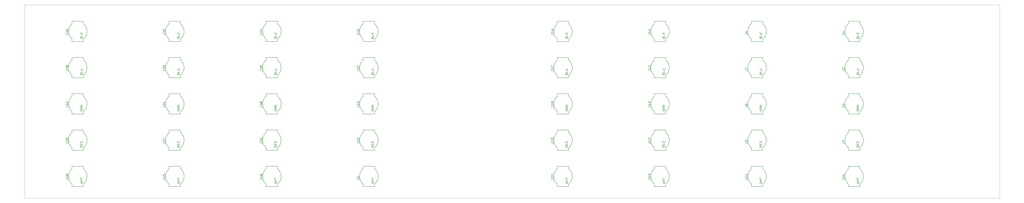
<source format=gbr>
G75*
G70*
%OFA0B0*%
%FSLAX24Y24*%
%IPPOS*%
%LPD*%
%AMOC8*
5,1,8,0,0,1.08239X$1,22.5*
%
%ADD10C,0.0000*%
%ADD11C,0.0050*%
%ADD12C,0.0060*%
D10*
X000101Y000181D02*
X000101Y040181D01*
X201101Y040181D01*
X201101Y000181D01*
X000101Y000181D01*
D11*
X009920Y002575D02*
X012282Y002575D01*
X012282Y003107D01*
X009920Y003107D02*
X009920Y002575D01*
X012282Y003106D02*
X012356Y003173D01*
X012426Y003243D01*
X012493Y003316D01*
X012557Y003392D01*
X012617Y003471D01*
X012673Y003553D01*
X012725Y003638D01*
X012773Y003725D01*
X012816Y003814D01*
X012856Y003906D01*
X012891Y003999D01*
X012921Y004093D01*
X012947Y004189D01*
X012968Y004286D01*
X012985Y004384D01*
X012996Y004483D01*
X013004Y004582D01*
X013006Y004681D01*
X013004Y004780D01*
X012996Y004879D01*
X012985Y004978D01*
X012968Y005076D01*
X012947Y005173D01*
X012921Y005269D01*
X012891Y005363D01*
X012856Y005456D01*
X012816Y005548D01*
X012773Y005637D01*
X012725Y005724D01*
X012673Y005809D01*
X012617Y005891D01*
X012557Y005970D01*
X012493Y006046D01*
X012426Y006119D01*
X012356Y006189D01*
X012282Y006256D01*
X012282Y006788D01*
X009920Y006788D01*
X009920Y006256D01*
X009846Y006189D01*
X009776Y006119D01*
X009709Y006046D01*
X009645Y005970D01*
X009585Y005891D01*
X009529Y005809D01*
X009477Y005724D01*
X009429Y005637D01*
X009386Y005548D01*
X009346Y005456D01*
X009311Y005363D01*
X009281Y005269D01*
X009255Y005173D01*
X009234Y005076D01*
X009217Y004978D01*
X009206Y004879D01*
X009198Y004780D01*
X009196Y004681D01*
X009198Y004582D01*
X009206Y004483D01*
X009217Y004384D01*
X009234Y004286D01*
X009255Y004189D01*
X009281Y004093D01*
X009311Y003999D01*
X009346Y003906D01*
X009386Y003814D01*
X009429Y003725D01*
X009477Y003638D01*
X009529Y003553D01*
X009585Y003471D01*
X009645Y003392D01*
X009709Y003316D01*
X009776Y003243D01*
X009846Y003173D01*
X009920Y003106D01*
X029920Y003107D02*
X029920Y002575D01*
X032282Y002575D01*
X032282Y003107D01*
X029920Y003106D02*
X029846Y003173D01*
X029776Y003243D01*
X029709Y003316D01*
X029645Y003392D01*
X029585Y003471D01*
X029529Y003553D01*
X029477Y003638D01*
X029429Y003725D01*
X029386Y003814D01*
X029346Y003906D01*
X029311Y003999D01*
X029281Y004093D01*
X029255Y004189D01*
X029234Y004286D01*
X029217Y004384D01*
X029206Y004483D01*
X029198Y004582D01*
X029196Y004681D01*
X029198Y004780D01*
X029206Y004879D01*
X029217Y004978D01*
X029234Y005076D01*
X029255Y005173D01*
X029281Y005269D01*
X029311Y005363D01*
X029346Y005456D01*
X029386Y005548D01*
X029429Y005637D01*
X029477Y005724D01*
X029529Y005809D01*
X029585Y005891D01*
X029645Y005970D01*
X029709Y006046D01*
X029776Y006119D01*
X029846Y006189D01*
X029920Y006256D01*
X029920Y006788D01*
X032282Y006788D01*
X032282Y006256D01*
X032356Y006189D01*
X032426Y006119D01*
X032493Y006046D01*
X032557Y005970D01*
X032617Y005891D01*
X032673Y005809D01*
X032725Y005724D01*
X032773Y005637D01*
X032816Y005548D01*
X032856Y005456D01*
X032891Y005363D01*
X032921Y005269D01*
X032947Y005173D01*
X032968Y005076D01*
X032985Y004978D01*
X032996Y004879D01*
X033004Y004780D01*
X033006Y004681D01*
X033004Y004582D01*
X032996Y004483D01*
X032985Y004384D01*
X032968Y004286D01*
X032947Y004189D01*
X032921Y004093D01*
X032891Y003999D01*
X032856Y003906D01*
X032816Y003814D01*
X032773Y003725D01*
X032725Y003638D01*
X032673Y003553D01*
X032617Y003471D01*
X032557Y003392D01*
X032493Y003316D01*
X032426Y003243D01*
X032356Y003173D01*
X032282Y003106D01*
X049920Y003107D02*
X049920Y002575D01*
X052282Y002575D01*
X052282Y003107D01*
X049920Y003106D02*
X049846Y003173D01*
X049776Y003243D01*
X049709Y003316D01*
X049645Y003392D01*
X049585Y003471D01*
X049529Y003553D01*
X049477Y003638D01*
X049429Y003725D01*
X049386Y003814D01*
X049346Y003906D01*
X049311Y003999D01*
X049281Y004093D01*
X049255Y004189D01*
X049234Y004286D01*
X049217Y004384D01*
X049206Y004483D01*
X049198Y004582D01*
X049196Y004681D01*
X049198Y004780D01*
X049206Y004879D01*
X049217Y004978D01*
X049234Y005076D01*
X049255Y005173D01*
X049281Y005269D01*
X049311Y005363D01*
X049346Y005456D01*
X049386Y005548D01*
X049429Y005637D01*
X049477Y005724D01*
X049529Y005809D01*
X049585Y005891D01*
X049645Y005970D01*
X049709Y006046D01*
X049776Y006119D01*
X049846Y006189D01*
X049920Y006256D01*
X049920Y006788D01*
X052282Y006788D01*
X052282Y006256D01*
X052356Y006189D01*
X052426Y006119D01*
X052493Y006046D01*
X052557Y005970D01*
X052617Y005891D01*
X052673Y005809D01*
X052725Y005724D01*
X052773Y005637D01*
X052816Y005548D01*
X052856Y005456D01*
X052891Y005363D01*
X052921Y005269D01*
X052947Y005173D01*
X052968Y005076D01*
X052985Y004978D01*
X052996Y004879D01*
X053004Y004780D01*
X053006Y004681D01*
X053004Y004582D01*
X052996Y004483D01*
X052985Y004384D01*
X052968Y004286D01*
X052947Y004189D01*
X052921Y004093D01*
X052891Y003999D01*
X052856Y003906D01*
X052816Y003814D01*
X052773Y003725D01*
X052725Y003638D01*
X052673Y003553D01*
X052617Y003471D01*
X052557Y003392D01*
X052493Y003316D01*
X052426Y003243D01*
X052356Y003173D01*
X052282Y003106D01*
X069920Y003107D02*
X069920Y002575D01*
X072282Y002575D01*
X072282Y003107D01*
X069920Y003106D02*
X069846Y003173D01*
X069776Y003243D01*
X069709Y003316D01*
X069645Y003392D01*
X069585Y003471D01*
X069529Y003553D01*
X069477Y003638D01*
X069429Y003725D01*
X069386Y003814D01*
X069346Y003906D01*
X069311Y003999D01*
X069281Y004093D01*
X069255Y004189D01*
X069234Y004286D01*
X069217Y004384D01*
X069206Y004483D01*
X069198Y004582D01*
X069196Y004681D01*
X069198Y004780D01*
X069206Y004879D01*
X069217Y004978D01*
X069234Y005076D01*
X069255Y005173D01*
X069281Y005269D01*
X069311Y005363D01*
X069346Y005456D01*
X069386Y005548D01*
X069429Y005637D01*
X069477Y005724D01*
X069529Y005809D01*
X069585Y005891D01*
X069645Y005970D01*
X069709Y006046D01*
X069776Y006119D01*
X069846Y006189D01*
X069920Y006256D01*
X069920Y006788D01*
X072282Y006788D01*
X072282Y006256D01*
X072356Y006189D01*
X072426Y006119D01*
X072493Y006046D01*
X072557Y005970D01*
X072617Y005891D01*
X072673Y005809D01*
X072725Y005724D01*
X072773Y005637D01*
X072816Y005548D01*
X072856Y005456D01*
X072891Y005363D01*
X072921Y005269D01*
X072947Y005173D01*
X072968Y005076D01*
X072985Y004978D01*
X072996Y004879D01*
X073004Y004780D01*
X073006Y004681D01*
X073004Y004582D01*
X072996Y004483D01*
X072985Y004384D01*
X072968Y004286D01*
X072947Y004189D01*
X072921Y004093D01*
X072891Y003999D01*
X072856Y003906D01*
X072816Y003814D01*
X072773Y003725D01*
X072725Y003638D01*
X072673Y003553D01*
X072617Y003471D01*
X072557Y003392D01*
X072493Y003316D01*
X072426Y003243D01*
X072356Y003173D01*
X072282Y003106D01*
X072282Y010075D02*
X072282Y010607D01*
X069920Y010607D02*
X069920Y010075D01*
X072282Y010075D01*
X069920Y010606D02*
X069846Y010673D01*
X069776Y010743D01*
X069709Y010816D01*
X069645Y010892D01*
X069585Y010971D01*
X069529Y011053D01*
X069477Y011138D01*
X069429Y011225D01*
X069386Y011314D01*
X069346Y011406D01*
X069311Y011499D01*
X069281Y011593D01*
X069255Y011689D01*
X069234Y011786D01*
X069217Y011884D01*
X069206Y011983D01*
X069198Y012082D01*
X069196Y012181D01*
X069198Y012280D01*
X069206Y012379D01*
X069217Y012478D01*
X069234Y012576D01*
X069255Y012673D01*
X069281Y012769D01*
X069311Y012863D01*
X069346Y012956D01*
X069386Y013048D01*
X069429Y013137D01*
X069477Y013224D01*
X069529Y013309D01*
X069585Y013391D01*
X069645Y013470D01*
X069709Y013546D01*
X069776Y013619D01*
X069846Y013689D01*
X069920Y013756D01*
X069920Y014288D01*
X072282Y014288D01*
X072282Y013756D01*
X072356Y013689D01*
X072426Y013619D01*
X072493Y013546D01*
X072557Y013470D01*
X072617Y013391D01*
X072673Y013309D01*
X072725Y013224D01*
X072773Y013137D01*
X072816Y013048D01*
X072856Y012956D01*
X072891Y012863D01*
X072921Y012769D01*
X072947Y012673D01*
X072968Y012576D01*
X072985Y012478D01*
X072996Y012379D01*
X073004Y012280D01*
X073006Y012181D01*
X073004Y012082D01*
X072996Y011983D01*
X072985Y011884D01*
X072968Y011786D01*
X072947Y011689D01*
X072921Y011593D01*
X072891Y011499D01*
X072856Y011406D01*
X072816Y011314D01*
X072773Y011225D01*
X072725Y011138D01*
X072673Y011053D01*
X072617Y010971D01*
X072557Y010892D01*
X072493Y010816D01*
X072426Y010743D01*
X072356Y010673D01*
X072282Y010606D01*
X052282Y010607D02*
X052282Y010075D01*
X049920Y010075D01*
X049920Y010607D01*
X052282Y010606D02*
X052356Y010673D01*
X052426Y010743D01*
X052493Y010816D01*
X052557Y010892D01*
X052617Y010971D01*
X052673Y011053D01*
X052725Y011138D01*
X052773Y011225D01*
X052816Y011314D01*
X052856Y011406D01*
X052891Y011499D01*
X052921Y011593D01*
X052947Y011689D01*
X052968Y011786D01*
X052985Y011884D01*
X052996Y011983D01*
X053004Y012082D01*
X053006Y012181D01*
X053004Y012280D01*
X052996Y012379D01*
X052985Y012478D01*
X052968Y012576D01*
X052947Y012673D01*
X052921Y012769D01*
X052891Y012863D01*
X052856Y012956D01*
X052816Y013048D01*
X052773Y013137D01*
X052725Y013224D01*
X052673Y013309D01*
X052617Y013391D01*
X052557Y013470D01*
X052493Y013546D01*
X052426Y013619D01*
X052356Y013689D01*
X052282Y013756D01*
X052282Y014288D01*
X049920Y014288D01*
X049920Y013756D01*
X049846Y013689D01*
X049776Y013619D01*
X049709Y013546D01*
X049645Y013470D01*
X049585Y013391D01*
X049529Y013309D01*
X049477Y013224D01*
X049429Y013137D01*
X049386Y013048D01*
X049346Y012956D01*
X049311Y012863D01*
X049281Y012769D01*
X049255Y012673D01*
X049234Y012576D01*
X049217Y012478D01*
X049206Y012379D01*
X049198Y012280D01*
X049196Y012181D01*
X049198Y012082D01*
X049206Y011983D01*
X049217Y011884D01*
X049234Y011786D01*
X049255Y011689D01*
X049281Y011593D01*
X049311Y011499D01*
X049346Y011406D01*
X049386Y011314D01*
X049429Y011225D01*
X049477Y011138D01*
X049529Y011053D01*
X049585Y010971D01*
X049645Y010892D01*
X049709Y010816D01*
X049776Y010743D01*
X049846Y010673D01*
X049920Y010606D01*
X032282Y010607D02*
X032282Y010075D01*
X029920Y010075D01*
X029920Y010607D01*
X032282Y010606D02*
X032356Y010673D01*
X032426Y010743D01*
X032493Y010816D01*
X032557Y010892D01*
X032617Y010971D01*
X032673Y011053D01*
X032725Y011138D01*
X032773Y011225D01*
X032816Y011314D01*
X032856Y011406D01*
X032891Y011499D01*
X032921Y011593D01*
X032947Y011689D01*
X032968Y011786D01*
X032985Y011884D01*
X032996Y011983D01*
X033004Y012082D01*
X033006Y012181D01*
X033004Y012280D01*
X032996Y012379D01*
X032985Y012478D01*
X032968Y012576D01*
X032947Y012673D01*
X032921Y012769D01*
X032891Y012863D01*
X032856Y012956D01*
X032816Y013048D01*
X032773Y013137D01*
X032725Y013224D01*
X032673Y013309D01*
X032617Y013391D01*
X032557Y013470D01*
X032493Y013546D01*
X032426Y013619D01*
X032356Y013689D01*
X032282Y013756D01*
X032282Y014288D01*
X029920Y014288D01*
X029920Y013756D01*
X029846Y013689D01*
X029776Y013619D01*
X029709Y013546D01*
X029645Y013470D01*
X029585Y013391D01*
X029529Y013309D01*
X029477Y013224D01*
X029429Y013137D01*
X029386Y013048D01*
X029346Y012956D01*
X029311Y012863D01*
X029281Y012769D01*
X029255Y012673D01*
X029234Y012576D01*
X029217Y012478D01*
X029206Y012379D01*
X029198Y012280D01*
X029196Y012181D01*
X029198Y012082D01*
X029206Y011983D01*
X029217Y011884D01*
X029234Y011786D01*
X029255Y011689D01*
X029281Y011593D01*
X029311Y011499D01*
X029346Y011406D01*
X029386Y011314D01*
X029429Y011225D01*
X029477Y011138D01*
X029529Y011053D01*
X029585Y010971D01*
X029645Y010892D01*
X029709Y010816D01*
X029776Y010743D01*
X029846Y010673D01*
X029920Y010606D01*
X012282Y010607D02*
X012282Y010075D01*
X009920Y010075D01*
X009920Y010607D01*
X012282Y010606D02*
X012356Y010673D01*
X012426Y010743D01*
X012493Y010816D01*
X012557Y010892D01*
X012617Y010971D01*
X012673Y011053D01*
X012725Y011138D01*
X012773Y011225D01*
X012816Y011314D01*
X012856Y011406D01*
X012891Y011499D01*
X012921Y011593D01*
X012947Y011689D01*
X012968Y011786D01*
X012985Y011884D01*
X012996Y011983D01*
X013004Y012082D01*
X013006Y012181D01*
X013004Y012280D01*
X012996Y012379D01*
X012985Y012478D01*
X012968Y012576D01*
X012947Y012673D01*
X012921Y012769D01*
X012891Y012863D01*
X012856Y012956D01*
X012816Y013048D01*
X012773Y013137D01*
X012725Y013224D01*
X012673Y013309D01*
X012617Y013391D01*
X012557Y013470D01*
X012493Y013546D01*
X012426Y013619D01*
X012356Y013689D01*
X012282Y013756D01*
X012282Y014288D01*
X009920Y014288D01*
X009920Y013756D01*
X009846Y013689D01*
X009776Y013619D01*
X009709Y013546D01*
X009645Y013470D01*
X009585Y013391D01*
X009529Y013309D01*
X009477Y013224D01*
X009429Y013137D01*
X009386Y013048D01*
X009346Y012956D01*
X009311Y012863D01*
X009281Y012769D01*
X009255Y012673D01*
X009234Y012576D01*
X009217Y012478D01*
X009206Y012379D01*
X009198Y012280D01*
X009196Y012181D01*
X009198Y012082D01*
X009206Y011983D01*
X009217Y011884D01*
X009234Y011786D01*
X009255Y011689D01*
X009281Y011593D01*
X009311Y011499D01*
X009346Y011406D01*
X009386Y011314D01*
X009429Y011225D01*
X009477Y011138D01*
X009529Y011053D01*
X009585Y010971D01*
X009645Y010892D01*
X009709Y010816D01*
X009776Y010743D01*
X009846Y010673D01*
X009920Y010606D01*
X009920Y017575D02*
X012282Y017575D01*
X012282Y018107D01*
X009920Y018107D02*
X009920Y017575D01*
X012282Y018106D02*
X012356Y018173D01*
X012426Y018243D01*
X012493Y018316D01*
X012557Y018392D01*
X012617Y018471D01*
X012673Y018553D01*
X012725Y018638D01*
X012773Y018725D01*
X012816Y018814D01*
X012856Y018906D01*
X012891Y018999D01*
X012921Y019093D01*
X012947Y019189D01*
X012968Y019286D01*
X012985Y019384D01*
X012996Y019483D01*
X013004Y019582D01*
X013006Y019681D01*
X013004Y019780D01*
X012996Y019879D01*
X012985Y019978D01*
X012968Y020076D01*
X012947Y020173D01*
X012921Y020269D01*
X012891Y020363D01*
X012856Y020456D01*
X012816Y020548D01*
X012773Y020637D01*
X012725Y020724D01*
X012673Y020809D01*
X012617Y020891D01*
X012557Y020970D01*
X012493Y021046D01*
X012426Y021119D01*
X012356Y021189D01*
X012282Y021256D01*
X012282Y021788D01*
X009920Y021788D01*
X009920Y021256D01*
X009846Y021189D01*
X009776Y021119D01*
X009709Y021046D01*
X009645Y020970D01*
X009585Y020891D01*
X009529Y020809D01*
X009477Y020724D01*
X009429Y020637D01*
X009386Y020548D01*
X009346Y020456D01*
X009311Y020363D01*
X009281Y020269D01*
X009255Y020173D01*
X009234Y020076D01*
X009217Y019978D01*
X009206Y019879D01*
X009198Y019780D01*
X009196Y019681D01*
X009198Y019582D01*
X009206Y019483D01*
X009217Y019384D01*
X009234Y019286D01*
X009255Y019189D01*
X009281Y019093D01*
X009311Y018999D01*
X009346Y018906D01*
X009386Y018814D01*
X009429Y018725D01*
X009477Y018638D01*
X009529Y018553D01*
X009585Y018471D01*
X009645Y018392D01*
X009709Y018316D01*
X009776Y018243D01*
X009846Y018173D01*
X009920Y018106D01*
X029920Y018107D02*
X029920Y017575D01*
X032282Y017575D01*
X032282Y018107D01*
X029920Y018106D02*
X029846Y018173D01*
X029776Y018243D01*
X029709Y018316D01*
X029645Y018392D01*
X029585Y018471D01*
X029529Y018553D01*
X029477Y018638D01*
X029429Y018725D01*
X029386Y018814D01*
X029346Y018906D01*
X029311Y018999D01*
X029281Y019093D01*
X029255Y019189D01*
X029234Y019286D01*
X029217Y019384D01*
X029206Y019483D01*
X029198Y019582D01*
X029196Y019681D01*
X029198Y019780D01*
X029206Y019879D01*
X029217Y019978D01*
X029234Y020076D01*
X029255Y020173D01*
X029281Y020269D01*
X029311Y020363D01*
X029346Y020456D01*
X029386Y020548D01*
X029429Y020637D01*
X029477Y020724D01*
X029529Y020809D01*
X029585Y020891D01*
X029645Y020970D01*
X029709Y021046D01*
X029776Y021119D01*
X029846Y021189D01*
X029920Y021256D01*
X029920Y021788D01*
X032282Y021788D01*
X032282Y021256D01*
X032356Y021189D01*
X032426Y021119D01*
X032493Y021046D01*
X032557Y020970D01*
X032617Y020891D01*
X032673Y020809D01*
X032725Y020724D01*
X032773Y020637D01*
X032816Y020548D01*
X032856Y020456D01*
X032891Y020363D01*
X032921Y020269D01*
X032947Y020173D01*
X032968Y020076D01*
X032985Y019978D01*
X032996Y019879D01*
X033004Y019780D01*
X033006Y019681D01*
X033004Y019582D01*
X032996Y019483D01*
X032985Y019384D01*
X032968Y019286D01*
X032947Y019189D01*
X032921Y019093D01*
X032891Y018999D01*
X032856Y018906D01*
X032816Y018814D01*
X032773Y018725D01*
X032725Y018638D01*
X032673Y018553D01*
X032617Y018471D01*
X032557Y018392D01*
X032493Y018316D01*
X032426Y018243D01*
X032356Y018173D01*
X032282Y018106D01*
X049920Y018107D02*
X049920Y017575D01*
X052282Y017575D01*
X052282Y018107D01*
X049920Y018106D02*
X049846Y018173D01*
X049776Y018243D01*
X049709Y018316D01*
X049645Y018392D01*
X049585Y018471D01*
X049529Y018553D01*
X049477Y018638D01*
X049429Y018725D01*
X049386Y018814D01*
X049346Y018906D01*
X049311Y018999D01*
X049281Y019093D01*
X049255Y019189D01*
X049234Y019286D01*
X049217Y019384D01*
X049206Y019483D01*
X049198Y019582D01*
X049196Y019681D01*
X049198Y019780D01*
X049206Y019879D01*
X049217Y019978D01*
X049234Y020076D01*
X049255Y020173D01*
X049281Y020269D01*
X049311Y020363D01*
X049346Y020456D01*
X049386Y020548D01*
X049429Y020637D01*
X049477Y020724D01*
X049529Y020809D01*
X049585Y020891D01*
X049645Y020970D01*
X049709Y021046D01*
X049776Y021119D01*
X049846Y021189D01*
X049920Y021256D01*
X049920Y021788D01*
X052282Y021788D01*
X052282Y021256D01*
X052356Y021189D01*
X052426Y021119D01*
X052493Y021046D01*
X052557Y020970D01*
X052617Y020891D01*
X052673Y020809D01*
X052725Y020724D01*
X052773Y020637D01*
X052816Y020548D01*
X052856Y020456D01*
X052891Y020363D01*
X052921Y020269D01*
X052947Y020173D01*
X052968Y020076D01*
X052985Y019978D01*
X052996Y019879D01*
X053004Y019780D01*
X053006Y019681D01*
X053004Y019582D01*
X052996Y019483D01*
X052985Y019384D01*
X052968Y019286D01*
X052947Y019189D01*
X052921Y019093D01*
X052891Y018999D01*
X052856Y018906D01*
X052816Y018814D01*
X052773Y018725D01*
X052725Y018638D01*
X052673Y018553D01*
X052617Y018471D01*
X052557Y018392D01*
X052493Y018316D01*
X052426Y018243D01*
X052356Y018173D01*
X052282Y018106D01*
X069920Y018107D02*
X069920Y017575D01*
X072282Y017575D01*
X072282Y018107D01*
X069920Y018106D02*
X069846Y018173D01*
X069776Y018243D01*
X069709Y018316D01*
X069645Y018392D01*
X069585Y018471D01*
X069529Y018553D01*
X069477Y018638D01*
X069429Y018725D01*
X069386Y018814D01*
X069346Y018906D01*
X069311Y018999D01*
X069281Y019093D01*
X069255Y019189D01*
X069234Y019286D01*
X069217Y019384D01*
X069206Y019483D01*
X069198Y019582D01*
X069196Y019681D01*
X069198Y019780D01*
X069206Y019879D01*
X069217Y019978D01*
X069234Y020076D01*
X069255Y020173D01*
X069281Y020269D01*
X069311Y020363D01*
X069346Y020456D01*
X069386Y020548D01*
X069429Y020637D01*
X069477Y020724D01*
X069529Y020809D01*
X069585Y020891D01*
X069645Y020970D01*
X069709Y021046D01*
X069776Y021119D01*
X069846Y021189D01*
X069920Y021256D01*
X069920Y021788D01*
X072282Y021788D01*
X072282Y021256D01*
X072356Y021189D01*
X072426Y021119D01*
X072493Y021046D01*
X072557Y020970D01*
X072617Y020891D01*
X072673Y020809D01*
X072725Y020724D01*
X072773Y020637D01*
X072816Y020548D01*
X072856Y020456D01*
X072891Y020363D01*
X072921Y020269D01*
X072947Y020173D01*
X072968Y020076D01*
X072985Y019978D01*
X072996Y019879D01*
X073004Y019780D01*
X073006Y019681D01*
X073004Y019582D01*
X072996Y019483D01*
X072985Y019384D01*
X072968Y019286D01*
X072947Y019189D01*
X072921Y019093D01*
X072891Y018999D01*
X072856Y018906D01*
X072816Y018814D01*
X072773Y018725D01*
X072725Y018638D01*
X072673Y018553D01*
X072617Y018471D01*
X072557Y018392D01*
X072493Y018316D01*
X072426Y018243D01*
X072356Y018173D01*
X072282Y018106D01*
X072282Y025075D02*
X072282Y025607D01*
X072282Y025075D02*
X069920Y025075D01*
X069920Y025607D01*
X072282Y025606D02*
X072356Y025673D01*
X072426Y025743D01*
X072493Y025816D01*
X072557Y025892D01*
X072617Y025971D01*
X072673Y026053D01*
X072725Y026138D01*
X072773Y026225D01*
X072816Y026314D01*
X072856Y026406D01*
X072891Y026499D01*
X072921Y026593D01*
X072947Y026689D01*
X072968Y026786D01*
X072985Y026884D01*
X072996Y026983D01*
X073004Y027082D01*
X073006Y027181D01*
X073004Y027280D01*
X072996Y027379D01*
X072985Y027478D01*
X072968Y027576D01*
X072947Y027673D01*
X072921Y027769D01*
X072891Y027863D01*
X072856Y027956D01*
X072816Y028048D01*
X072773Y028137D01*
X072725Y028224D01*
X072673Y028309D01*
X072617Y028391D01*
X072557Y028470D01*
X072493Y028546D01*
X072426Y028619D01*
X072356Y028689D01*
X072282Y028756D01*
X072282Y029288D01*
X069920Y029288D01*
X069920Y028756D01*
X069846Y028689D01*
X069776Y028619D01*
X069709Y028546D01*
X069645Y028470D01*
X069585Y028391D01*
X069529Y028309D01*
X069477Y028224D01*
X069429Y028137D01*
X069386Y028048D01*
X069346Y027956D01*
X069311Y027863D01*
X069281Y027769D01*
X069255Y027673D01*
X069234Y027576D01*
X069217Y027478D01*
X069206Y027379D01*
X069198Y027280D01*
X069196Y027181D01*
X069198Y027082D01*
X069206Y026983D01*
X069217Y026884D01*
X069234Y026786D01*
X069255Y026689D01*
X069281Y026593D01*
X069311Y026499D01*
X069346Y026406D01*
X069386Y026314D01*
X069429Y026225D01*
X069477Y026138D01*
X069529Y026053D01*
X069585Y025971D01*
X069645Y025892D01*
X069709Y025816D01*
X069776Y025743D01*
X069846Y025673D01*
X069920Y025606D01*
X052282Y025607D02*
X052282Y025075D01*
X049920Y025075D01*
X049920Y025607D01*
X052282Y025606D02*
X052356Y025673D01*
X052426Y025743D01*
X052493Y025816D01*
X052557Y025892D01*
X052617Y025971D01*
X052673Y026053D01*
X052725Y026138D01*
X052773Y026225D01*
X052816Y026314D01*
X052856Y026406D01*
X052891Y026499D01*
X052921Y026593D01*
X052947Y026689D01*
X052968Y026786D01*
X052985Y026884D01*
X052996Y026983D01*
X053004Y027082D01*
X053006Y027181D01*
X053004Y027280D01*
X052996Y027379D01*
X052985Y027478D01*
X052968Y027576D01*
X052947Y027673D01*
X052921Y027769D01*
X052891Y027863D01*
X052856Y027956D01*
X052816Y028048D01*
X052773Y028137D01*
X052725Y028224D01*
X052673Y028309D01*
X052617Y028391D01*
X052557Y028470D01*
X052493Y028546D01*
X052426Y028619D01*
X052356Y028689D01*
X052282Y028756D01*
X052282Y029288D01*
X049920Y029288D01*
X049920Y028756D01*
X049846Y028689D01*
X049776Y028619D01*
X049709Y028546D01*
X049645Y028470D01*
X049585Y028391D01*
X049529Y028309D01*
X049477Y028224D01*
X049429Y028137D01*
X049386Y028048D01*
X049346Y027956D01*
X049311Y027863D01*
X049281Y027769D01*
X049255Y027673D01*
X049234Y027576D01*
X049217Y027478D01*
X049206Y027379D01*
X049198Y027280D01*
X049196Y027181D01*
X049198Y027082D01*
X049206Y026983D01*
X049217Y026884D01*
X049234Y026786D01*
X049255Y026689D01*
X049281Y026593D01*
X049311Y026499D01*
X049346Y026406D01*
X049386Y026314D01*
X049429Y026225D01*
X049477Y026138D01*
X049529Y026053D01*
X049585Y025971D01*
X049645Y025892D01*
X049709Y025816D01*
X049776Y025743D01*
X049846Y025673D01*
X049920Y025606D01*
X032282Y025607D02*
X032282Y025075D01*
X029920Y025075D01*
X029920Y025607D01*
X032282Y025606D02*
X032356Y025673D01*
X032426Y025743D01*
X032493Y025816D01*
X032557Y025892D01*
X032617Y025971D01*
X032673Y026053D01*
X032725Y026138D01*
X032773Y026225D01*
X032816Y026314D01*
X032856Y026406D01*
X032891Y026499D01*
X032921Y026593D01*
X032947Y026689D01*
X032968Y026786D01*
X032985Y026884D01*
X032996Y026983D01*
X033004Y027082D01*
X033006Y027181D01*
X033004Y027280D01*
X032996Y027379D01*
X032985Y027478D01*
X032968Y027576D01*
X032947Y027673D01*
X032921Y027769D01*
X032891Y027863D01*
X032856Y027956D01*
X032816Y028048D01*
X032773Y028137D01*
X032725Y028224D01*
X032673Y028309D01*
X032617Y028391D01*
X032557Y028470D01*
X032493Y028546D01*
X032426Y028619D01*
X032356Y028689D01*
X032282Y028756D01*
X032282Y029288D01*
X029920Y029288D01*
X029920Y028756D01*
X029846Y028689D01*
X029776Y028619D01*
X029709Y028546D01*
X029645Y028470D01*
X029585Y028391D01*
X029529Y028309D01*
X029477Y028224D01*
X029429Y028137D01*
X029386Y028048D01*
X029346Y027956D01*
X029311Y027863D01*
X029281Y027769D01*
X029255Y027673D01*
X029234Y027576D01*
X029217Y027478D01*
X029206Y027379D01*
X029198Y027280D01*
X029196Y027181D01*
X029198Y027082D01*
X029206Y026983D01*
X029217Y026884D01*
X029234Y026786D01*
X029255Y026689D01*
X029281Y026593D01*
X029311Y026499D01*
X029346Y026406D01*
X029386Y026314D01*
X029429Y026225D01*
X029477Y026138D01*
X029529Y026053D01*
X029585Y025971D01*
X029645Y025892D01*
X029709Y025816D01*
X029776Y025743D01*
X029846Y025673D01*
X029920Y025606D01*
X012282Y025607D02*
X012282Y025075D01*
X009920Y025075D01*
X009920Y025607D01*
X012282Y025606D02*
X012356Y025673D01*
X012426Y025743D01*
X012493Y025816D01*
X012557Y025892D01*
X012617Y025971D01*
X012673Y026053D01*
X012725Y026138D01*
X012773Y026225D01*
X012816Y026314D01*
X012856Y026406D01*
X012891Y026499D01*
X012921Y026593D01*
X012947Y026689D01*
X012968Y026786D01*
X012985Y026884D01*
X012996Y026983D01*
X013004Y027082D01*
X013006Y027181D01*
X013004Y027280D01*
X012996Y027379D01*
X012985Y027478D01*
X012968Y027576D01*
X012947Y027673D01*
X012921Y027769D01*
X012891Y027863D01*
X012856Y027956D01*
X012816Y028048D01*
X012773Y028137D01*
X012725Y028224D01*
X012673Y028309D01*
X012617Y028391D01*
X012557Y028470D01*
X012493Y028546D01*
X012426Y028619D01*
X012356Y028689D01*
X012282Y028756D01*
X012282Y029288D01*
X009920Y029288D01*
X009920Y028756D01*
X009846Y028689D01*
X009776Y028619D01*
X009709Y028546D01*
X009645Y028470D01*
X009585Y028391D01*
X009529Y028309D01*
X009477Y028224D01*
X009429Y028137D01*
X009386Y028048D01*
X009346Y027956D01*
X009311Y027863D01*
X009281Y027769D01*
X009255Y027673D01*
X009234Y027576D01*
X009217Y027478D01*
X009206Y027379D01*
X009198Y027280D01*
X009196Y027181D01*
X009198Y027082D01*
X009206Y026983D01*
X009217Y026884D01*
X009234Y026786D01*
X009255Y026689D01*
X009281Y026593D01*
X009311Y026499D01*
X009346Y026406D01*
X009386Y026314D01*
X009429Y026225D01*
X009477Y026138D01*
X009529Y026053D01*
X009585Y025971D01*
X009645Y025892D01*
X009709Y025816D01*
X009776Y025743D01*
X009846Y025673D01*
X009920Y025606D01*
X009920Y032575D02*
X012282Y032575D01*
X012282Y033107D01*
X009920Y033107D02*
X009920Y032575D01*
X012282Y033106D02*
X012356Y033173D01*
X012426Y033243D01*
X012493Y033316D01*
X012557Y033392D01*
X012617Y033471D01*
X012673Y033553D01*
X012725Y033638D01*
X012773Y033725D01*
X012816Y033814D01*
X012856Y033906D01*
X012891Y033999D01*
X012921Y034093D01*
X012947Y034189D01*
X012968Y034286D01*
X012985Y034384D01*
X012996Y034483D01*
X013004Y034582D01*
X013006Y034681D01*
X013004Y034780D01*
X012996Y034879D01*
X012985Y034978D01*
X012968Y035076D01*
X012947Y035173D01*
X012921Y035269D01*
X012891Y035363D01*
X012856Y035456D01*
X012816Y035548D01*
X012773Y035637D01*
X012725Y035724D01*
X012673Y035809D01*
X012617Y035891D01*
X012557Y035970D01*
X012493Y036046D01*
X012426Y036119D01*
X012356Y036189D01*
X012282Y036256D01*
X012282Y036788D01*
X009920Y036788D01*
X009920Y036256D01*
X009846Y036189D01*
X009776Y036119D01*
X009709Y036046D01*
X009645Y035970D01*
X009585Y035891D01*
X009529Y035809D01*
X009477Y035724D01*
X009429Y035637D01*
X009386Y035548D01*
X009346Y035456D01*
X009311Y035363D01*
X009281Y035269D01*
X009255Y035173D01*
X009234Y035076D01*
X009217Y034978D01*
X009206Y034879D01*
X009198Y034780D01*
X009196Y034681D01*
X009198Y034582D01*
X009206Y034483D01*
X009217Y034384D01*
X009234Y034286D01*
X009255Y034189D01*
X009281Y034093D01*
X009311Y033999D01*
X009346Y033906D01*
X009386Y033814D01*
X009429Y033725D01*
X009477Y033638D01*
X009529Y033553D01*
X009585Y033471D01*
X009645Y033392D01*
X009709Y033316D01*
X009776Y033243D01*
X009846Y033173D01*
X009920Y033106D01*
X029920Y033107D02*
X029920Y032575D01*
X032282Y032575D01*
X032282Y033107D01*
X029920Y033106D02*
X029846Y033173D01*
X029776Y033243D01*
X029709Y033316D01*
X029645Y033392D01*
X029585Y033471D01*
X029529Y033553D01*
X029477Y033638D01*
X029429Y033725D01*
X029386Y033814D01*
X029346Y033906D01*
X029311Y033999D01*
X029281Y034093D01*
X029255Y034189D01*
X029234Y034286D01*
X029217Y034384D01*
X029206Y034483D01*
X029198Y034582D01*
X029196Y034681D01*
X029198Y034780D01*
X029206Y034879D01*
X029217Y034978D01*
X029234Y035076D01*
X029255Y035173D01*
X029281Y035269D01*
X029311Y035363D01*
X029346Y035456D01*
X029386Y035548D01*
X029429Y035637D01*
X029477Y035724D01*
X029529Y035809D01*
X029585Y035891D01*
X029645Y035970D01*
X029709Y036046D01*
X029776Y036119D01*
X029846Y036189D01*
X029920Y036256D01*
X029920Y036788D01*
X032282Y036788D01*
X032282Y036256D01*
X032356Y036189D01*
X032426Y036119D01*
X032493Y036046D01*
X032557Y035970D01*
X032617Y035891D01*
X032673Y035809D01*
X032725Y035724D01*
X032773Y035637D01*
X032816Y035548D01*
X032856Y035456D01*
X032891Y035363D01*
X032921Y035269D01*
X032947Y035173D01*
X032968Y035076D01*
X032985Y034978D01*
X032996Y034879D01*
X033004Y034780D01*
X033006Y034681D01*
X033004Y034582D01*
X032996Y034483D01*
X032985Y034384D01*
X032968Y034286D01*
X032947Y034189D01*
X032921Y034093D01*
X032891Y033999D01*
X032856Y033906D01*
X032816Y033814D01*
X032773Y033725D01*
X032725Y033638D01*
X032673Y033553D01*
X032617Y033471D01*
X032557Y033392D01*
X032493Y033316D01*
X032426Y033243D01*
X032356Y033173D01*
X032282Y033106D01*
X049920Y033107D02*
X049920Y032575D01*
X052282Y032575D01*
X052282Y033107D01*
X049920Y033106D02*
X049846Y033173D01*
X049776Y033243D01*
X049709Y033316D01*
X049645Y033392D01*
X049585Y033471D01*
X049529Y033553D01*
X049477Y033638D01*
X049429Y033725D01*
X049386Y033814D01*
X049346Y033906D01*
X049311Y033999D01*
X049281Y034093D01*
X049255Y034189D01*
X049234Y034286D01*
X049217Y034384D01*
X049206Y034483D01*
X049198Y034582D01*
X049196Y034681D01*
X049198Y034780D01*
X049206Y034879D01*
X049217Y034978D01*
X049234Y035076D01*
X049255Y035173D01*
X049281Y035269D01*
X049311Y035363D01*
X049346Y035456D01*
X049386Y035548D01*
X049429Y035637D01*
X049477Y035724D01*
X049529Y035809D01*
X049585Y035891D01*
X049645Y035970D01*
X049709Y036046D01*
X049776Y036119D01*
X049846Y036189D01*
X049920Y036256D01*
X049920Y036788D01*
X052282Y036788D01*
X052282Y036256D01*
X052356Y036189D01*
X052426Y036119D01*
X052493Y036046D01*
X052557Y035970D01*
X052617Y035891D01*
X052673Y035809D01*
X052725Y035724D01*
X052773Y035637D01*
X052816Y035548D01*
X052856Y035456D01*
X052891Y035363D01*
X052921Y035269D01*
X052947Y035173D01*
X052968Y035076D01*
X052985Y034978D01*
X052996Y034879D01*
X053004Y034780D01*
X053006Y034681D01*
X053004Y034582D01*
X052996Y034483D01*
X052985Y034384D01*
X052968Y034286D01*
X052947Y034189D01*
X052921Y034093D01*
X052891Y033999D01*
X052856Y033906D01*
X052816Y033814D01*
X052773Y033725D01*
X052725Y033638D01*
X052673Y033553D01*
X052617Y033471D01*
X052557Y033392D01*
X052493Y033316D01*
X052426Y033243D01*
X052356Y033173D01*
X052282Y033106D01*
X069920Y033107D02*
X069920Y032575D01*
X072282Y032575D01*
X072282Y033107D01*
X069920Y033106D02*
X069846Y033173D01*
X069776Y033243D01*
X069709Y033316D01*
X069645Y033392D01*
X069585Y033471D01*
X069529Y033553D01*
X069477Y033638D01*
X069429Y033725D01*
X069386Y033814D01*
X069346Y033906D01*
X069311Y033999D01*
X069281Y034093D01*
X069255Y034189D01*
X069234Y034286D01*
X069217Y034384D01*
X069206Y034483D01*
X069198Y034582D01*
X069196Y034681D01*
X069198Y034780D01*
X069206Y034879D01*
X069217Y034978D01*
X069234Y035076D01*
X069255Y035173D01*
X069281Y035269D01*
X069311Y035363D01*
X069346Y035456D01*
X069386Y035548D01*
X069429Y035637D01*
X069477Y035724D01*
X069529Y035809D01*
X069585Y035891D01*
X069645Y035970D01*
X069709Y036046D01*
X069776Y036119D01*
X069846Y036189D01*
X069920Y036256D01*
X069920Y036788D01*
X072282Y036788D01*
X072282Y036256D01*
X072356Y036189D01*
X072426Y036119D01*
X072493Y036046D01*
X072557Y035970D01*
X072617Y035891D01*
X072673Y035809D01*
X072725Y035724D01*
X072773Y035637D01*
X072816Y035548D01*
X072856Y035456D01*
X072891Y035363D01*
X072921Y035269D01*
X072947Y035173D01*
X072968Y035076D01*
X072985Y034978D01*
X072996Y034879D01*
X073004Y034780D01*
X073006Y034681D01*
X073004Y034582D01*
X072996Y034483D01*
X072985Y034384D01*
X072968Y034286D01*
X072947Y034189D01*
X072921Y034093D01*
X072891Y033999D01*
X072856Y033906D01*
X072816Y033814D01*
X072773Y033725D01*
X072725Y033638D01*
X072673Y033553D01*
X072617Y033471D01*
X072557Y033392D01*
X072493Y033316D01*
X072426Y033243D01*
X072356Y033173D01*
X072282Y033106D01*
X109920Y033107D02*
X109920Y032575D01*
X112282Y032575D01*
X112282Y033107D01*
X109920Y033106D02*
X109846Y033173D01*
X109776Y033243D01*
X109709Y033316D01*
X109645Y033392D01*
X109585Y033471D01*
X109529Y033553D01*
X109477Y033638D01*
X109429Y033725D01*
X109386Y033814D01*
X109346Y033906D01*
X109311Y033999D01*
X109281Y034093D01*
X109255Y034189D01*
X109234Y034286D01*
X109217Y034384D01*
X109206Y034483D01*
X109198Y034582D01*
X109196Y034681D01*
X109198Y034780D01*
X109206Y034879D01*
X109217Y034978D01*
X109234Y035076D01*
X109255Y035173D01*
X109281Y035269D01*
X109311Y035363D01*
X109346Y035456D01*
X109386Y035548D01*
X109429Y035637D01*
X109477Y035724D01*
X109529Y035809D01*
X109585Y035891D01*
X109645Y035970D01*
X109709Y036046D01*
X109776Y036119D01*
X109846Y036189D01*
X109920Y036256D01*
X109920Y036788D01*
X112282Y036788D01*
X112282Y036256D01*
X112356Y036189D01*
X112426Y036119D01*
X112493Y036046D01*
X112557Y035970D01*
X112617Y035891D01*
X112673Y035809D01*
X112725Y035724D01*
X112773Y035637D01*
X112816Y035548D01*
X112856Y035456D01*
X112891Y035363D01*
X112921Y035269D01*
X112947Y035173D01*
X112968Y035076D01*
X112985Y034978D01*
X112996Y034879D01*
X113004Y034780D01*
X113006Y034681D01*
X113004Y034582D01*
X112996Y034483D01*
X112985Y034384D01*
X112968Y034286D01*
X112947Y034189D01*
X112921Y034093D01*
X112891Y033999D01*
X112856Y033906D01*
X112816Y033814D01*
X112773Y033725D01*
X112725Y033638D01*
X112673Y033553D01*
X112617Y033471D01*
X112557Y033392D01*
X112493Y033316D01*
X112426Y033243D01*
X112356Y033173D01*
X112282Y033106D01*
X129920Y033107D02*
X129920Y032575D01*
X132282Y032575D01*
X132282Y033107D01*
X129920Y033106D02*
X129846Y033173D01*
X129776Y033243D01*
X129709Y033316D01*
X129645Y033392D01*
X129585Y033471D01*
X129529Y033553D01*
X129477Y033638D01*
X129429Y033725D01*
X129386Y033814D01*
X129346Y033906D01*
X129311Y033999D01*
X129281Y034093D01*
X129255Y034189D01*
X129234Y034286D01*
X129217Y034384D01*
X129206Y034483D01*
X129198Y034582D01*
X129196Y034681D01*
X129198Y034780D01*
X129206Y034879D01*
X129217Y034978D01*
X129234Y035076D01*
X129255Y035173D01*
X129281Y035269D01*
X129311Y035363D01*
X129346Y035456D01*
X129386Y035548D01*
X129429Y035637D01*
X129477Y035724D01*
X129529Y035809D01*
X129585Y035891D01*
X129645Y035970D01*
X129709Y036046D01*
X129776Y036119D01*
X129846Y036189D01*
X129920Y036256D01*
X129920Y036788D01*
X132282Y036788D01*
X132282Y036256D01*
X132356Y036189D01*
X132426Y036119D01*
X132493Y036046D01*
X132557Y035970D01*
X132617Y035891D01*
X132673Y035809D01*
X132725Y035724D01*
X132773Y035637D01*
X132816Y035548D01*
X132856Y035456D01*
X132891Y035363D01*
X132921Y035269D01*
X132947Y035173D01*
X132968Y035076D01*
X132985Y034978D01*
X132996Y034879D01*
X133004Y034780D01*
X133006Y034681D01*
X133004Y034582D01*
X132996Y034483D01*
X132985Y034384D01*
X132968Y034286D01*
X132947Y034189D01*
X132921Y034093D01*
X132891Y033999D01*
X132856Y033906D01*
X132816Y033814D01*
X132773Y033725D01*
X132725Y033638D01*
X132673Y033553D01*
X132617Y033471D01*
X132557Y033392D01*
X132493Y033316D01*
X132426Y033243D01*
X132356Y033173D01*
X132282Y033106D01*
X149920Y033107D02*
X149920Y032575D01*
X152282Y032575D01*
X152282Y033107D01*
X149920Y033106D02*
X149846Y033173D01*
X149776Y033243D01*
X149709Y033316D01*
X149645Y033392D01*
X149585Y033471D01*
X149529Y033553D01*
X149477Y033638D01*
X149429Y033725D01*
X149386Y033814D01*
X149346Y033906D01*
X149311Y033999D01*
X149281Y034093D01*
X149255Y034189D01*
X149234Y034286D01*
X149217Y034384D01*
X149206Y034483D01*
X149198Y034582D01*
X149196Y034681D01*
X149198Y034780D01*
X149206Y034879D01*
X149217Y034978D01*
X149234Y035076D01*
X149255Y035173D01*
X149281Y035269D01*
X149311Y035363D01*
X149346Y035456D01*
X149386Y035548D01*
X149429Y035637D01*
X149477Y035724D01*
X149529Y035809D01*
X149585Y035891D01*
X149645Y035970D01*
X149709Y036046D01*
X149776Y036119D01*
X149846Y036189D01*
X149920Y036256D01*
X149920Y036788D01*
X152282Y036788D01*
X152282Y036256D01*
X152356Y036189D01*
X152426Y036119D01*
X152493Y036046D01*
X152557Y035970D01*
X152617Y035891D01*
X152673Y035809D01*
X152725Y035724D01*
X152773Y035637D01*
X152816Y035548D01*
X152856Y035456D01*
X152891Y035363D01*
X152921Y035269D01*
X152947Y035173D01*
X152968Y035076D01*
X152985Y034978D01*
X152996Y034879D01*
X153004Y034780D01*
X153006Y034681D01*
X153004Y034582D01*
X152996Y034483D01*
X152985Y034384D01*
X152968Y034286D01*
X152947Y034189D01*
X152921Y034093D01*
X152891Y033999D01*
X152856Y033906D01*
X152816Y033814D01*
X152773Y033725D01*
X152725Y033638D01*
X152673Y033553D01*
X152617Y033471D01*
X152557Y033392D01*
X152493Y033316D01*
X152426Y033243D01*
X152356Y033173D01*
X152282Y033106D01*
X169920Y033107D02*
X169920Y032575D01*
X172282Y032575D01*
X172282Y033107D01*
X169920Y033106D02*
X169846Y033173D01*
X169776Y033243D01*
X169709Y033316D01*
X169645Y033392D01*
X169585Y033471D01*
X169529Y033553D01*
X169477Y033638D01*
X169429Y033725D01*
X169386Y033814D01*
X169346Y033906D01*
X169311Y033999D01*
X169281Y034093D01*
X169255Y034189D01*
X169234Y034286D01*
X169217Y034384D01*
X169206Y034483D01*
X169198Y034582D01*
X169196Y034681D01*
X169198Y034780D01*
X169206Y034879D01*
X169217Y034978D01*
X169234Y035076D01*
X169255Y035173D01*
X169281Y035269D01*
X169311Y035363D01*
X169346Y035456D01*
X169386Y035548D01*
X169429Y035637D01*
X169477Y035724D01*
X169529Y035809D01*
X169585Y035891D01*
X169645Y035970D01*
X169709Y036046D01*
X169776Y036119D01*
X169846Y036189D01*
X169920Y036256D01*
X169920Y036788D01*
X172282Y036788D01*
X172282Y036256D01*
X172356Y036189D01*
X172426Y036119D01*
X172493Y036046D01*
X172557Y035970D01*
X172617Y035891D01*
X172673Y035809D01*
X172725Y035724D01*
X172773Y035637D01*
X172816Y035548D01*
X172856Y035456D01*
X172891Y035363D01*
X172921Y035269D01*
X172947Y035173D01*
X172968Y035076D01*
X172985Y034978D01*
X172996Y034879D01*
X173004Y034780D01*
X173006Y034681D01*
X173004Y034582D01*
X172996Y034483D01*
X172985Y034384D01*
X172968Y034286D01*
X172947Y034189D01*
X172921Y034093D01*
X172891Y033999D01*
X172856Y033906D01*
X172816Y033814D01*
X172773Y033725D01*
X172725Y033638D01*
X172673Y033553D01*
X172617Y033471D01*
X172557Y033392D01*
X172493Y033316D01*
X172426Y033243D01*
X172356Y033173D01*
X172282Y033106D01*
X172282Y029288D02*
X172282Y028756D01*
X172282Y029288D02*
X169920Y029288D01*
X169920Y028756D01*
X172282Y028756D02*
X172356Y028689D01*
X172426Y028619D01*
X172493Y028546D01*
X172557Y028470D01*
X172617Y028391D01*
X172673Y028309D01*
X172725Y028224D01*
X172773Y028137D01*
X172816Y028048D01*
X172856Y027956D01*
X172891Y027863D01*
X172921Y027769D01*
X172947Y027673D01*
X172968Y027576D01*
X172985Y027478D01*
X172996Y027379D01*
X173004Y027280D01*
X173006Y027181D01*
X173004Y027082D01*
X172996Y026983D01*
X172985Y026884D01*
X172968Y026786D01*
X172947Y026689D01*
X172921Y026593D01*
X172891Y026499D01*
X172856Y026406D01*
X172816Y026314D01*
X172773Y026225D01*
X172725Y026138D01*
X172673Y026053D01*
X172617Y025971D01*
X172557Y025892D01*
X172493Y025816D01*
X172426Y025743D01*
X172356Y025673D01*
X172282Y025606D01*
X172282Y025607D02*
X172282Y025075D01*
X169920Y025075D01*
X169920Y025607D01*
X169920Y025606D02*
X169846Y025673D01*
X169776Y025743D01*
X169709Y025816D01*
X169645Y025892D01*
X169585Y025971D01*
X169529Y026053D01*
X169477Y026138D01*
X169429Y026225D01*
X169386Y026314D01*
X169346Y026406D01*
X169311Y026499D01*
X169281Y026593D01*
X169255Y026689D01*
X169234Y026786D01*
X169217Y026884D01*
X169206Y026983D01*
X169198Y027082D01*
X169196Y027181D01*
X169198Y027280D01*
X169206Y027379D01*
X169217Y027478D01*
X169234Y027576D01*
X169255Y027673D01*
X169281Y027769D01*
X169311Y027863D01*
X169346Y027956D01*
X169386Y028048D01*
X169429Y028137D01*
X169477Y028224D01*
X169529Y028309D01*
X169585Y028391D01*
X169645Y028470D01*
X169709Y028546D01*
X169776Y028619D01*
X169846Y028689D01*
X169920Y028756D01*
X152282Y028756D02*
X152282Y029288D01*
X149920Y029288D01*
X149920Y028756D01*
X152282Y028756D02*
X152356Y028689D01*
X152426Y028619D01*
X152493Y028546D01*
X152557Y028470D01*
X152617Y028391D01*
X152673Y028309D01*
X152725Y028224D01*
X152773Y028137D01*
X152816Y028048D01*
X152856Y027956D01*
X152891Y027863D01*
X152921Y027769D01*
X152947Y027673D01*
X152968Y027576D01*
X152985Y027478D01*
X152996Y027379D01*
X153004Y027280D01*
X153006Y027181D01*
X153004Y027082D01*
X152996Y026983D01*
X152985Y026884D01*
X152968Y026786D01*
X152947Y026689D01*
X152921Y026593D01*
X152891Y026499D01*
X152856Y026406D01*
X152816Y026314D01*
X152773Y026225D01*
X152725Y026138D01*
X152673Y026053D01*
X152617Y025971D01*
X152557Y025892D01*
X152493Y025816D01*
X152426Y025743D01*
X152356Y025673D01*
X152282Y025606D01*
X152282Y025607D02*
X152282Y025075D01*
X149920Y025075D01*
X149920Y025607D01*
X149920Y025606D02*
X149846Y025673D01*
X149776Y025743D01*
X149709Y025816D01*
X149645Y025892D01*
X149585Y025971D01*
X149529Y026053D01*
X149477Y026138D01*
X149429Y026225D01*
X149386Y026314D01*
X149346Y026406D01*
X149311Y026499D01*
X149281Y026593D01*
X149255Y026689D01*
X149234Y026786D01*
X149217Y026884D01*
X149206Y026983D01*
X149198Y027082D01*
X149196Y027181D01*
X149198Y027280D01*
X149206Y027379D01*
X149217Y027478D01*
X149234Y027576D01*
X149255Y027673D01*
X149281Y027769D01*
X149311Y027863D01*
X149346Y027956D01*
X149386Y028048D01*
X149429Y028137D01*
X149477Y028224D01*
X149529Y028309D01*
X149585Y028391D01*
X149645Y028470D01*
X149709Y028546D01*
X149776Y028619D01*
X149846Y028689D01*
X149920Y028756D01*
X132282Y028756D02*
X132282Y029288D01*
X129920Y029288D01*
X129920Y028756D01*
X132282Y028756D02*
X132356Y028689D01*
X132426Y028619D01*
X132493Y028546D01*
X132557Y028470D01*
X132617Y028391D01*
X132673Y028309D01*
X132725Y028224D01*
X132773Y028137D01*
X132816Y028048D01*
X132856Y027956D01*
X132891Y027863D01*
X132921Y027769D01*
X132947Y027673D01*
X132968Y027576D01*
X132985Y027478D01*
X132996Y027379D01*
X133004Y027280D01*
X133006Y027181D01*
X133004Y027082D01*
X132996Y026983D01*
X132985Y026884D01*
X132968Y026786D01*
X132947Y026689D01*
X132921Y026593D01*
X132891Y026499D01*
X132856Y026406D01*
X132816Y026314D01*
X132773Y026225D01*
X132725Y026138D01*
X132673Y026053D01*
X132617Y025971D01*
X132557Y025892D01*
X132493Y025816D01*
X132426Y025743D01*
X132356Y025673D01*
X132282Y025606D01*
X132282Y025607D02*
X132282Y025075D01*
X129920Y025075D01*
X129920Y025607D01*
X129920Y025606D02*
X129846Y025673D01*
X129776Y025743D01*
X129709Y025816D01*
X129645Y025892D01*
X129585Y025971D01*
X129529Y026053D01*
X129477Y026138D01*
X129429Y026225D01*
X129386Y026314D01*
X129346Y026406D01*
X129311Y026499D01*
X129281Y026593D01*
X129255Y026689D01*
X129234Y026786D01*
X129217Y026884D01*
X129206Y026983D01*
X129198Y027082D01*
X129196Y027181D01*
X129198Y027280D01*
X129206Y027379D01*
X129217Y027478D01*
X129234Y027576D01*
X129255Y027673D01*
X129281Y027769D01*
X129311Y027863D01*
X129346Y027956D01*
X129386Y028048D01*
X129429Y028137D01*
X129477Y028224D01*
X129529Y028309D01*
X129585Y028391D01*
X129645Y028470D01*
X129709Y028546D01*
X129776Y028619D01*
X129846Y028689D01*
X129920Y028756D01*
X112282Y028756D02*
X112282Y029288D01*
X109920Y029288D01*
X109920Y028756D01*
X112282Y028756D02*
X112356Y028689D01*
X112426Y028619D01*
X112493Y028546D01*
X112557Y028470D01*
X112617Y028391D01*
X112673Y028309D01*
X112725Y028224D01*
X112773Y028137D01*
X112816Y028048D01*
X112856Y027956D01*
X112891Y027863D01*
X112921Y027769D01*
X112947Y027673D01*
X112968Y027576D01*
X112985Y027478D01*
X112996Y027379D01*
X113004Y027280D01*
X113006Y027181D01*
X113004Y027082D01*
X112996Y026983D01*
X112985Y026884D01*
X112968Y026786D01*
X112947Y026689D01*
X112921Y026593D01*
X112891Y026499D01*
X112856Y026406D01*
X112816Y026314D01*
X112773Y026225D01*
X112725Y026138D01*
X112673Y026053D01*
X112617Y025971D01*
X112557Y025892D01*
X112493Y025816D01*
X112426Y025743D01*
X112356Y025673D01*
X112282Y025606D01*
X112282Y025607D02*
X112282Y025075D01*
X109920Y025075D01*
X109920Y025607D01*
X109920Y025606D02*
X109846Y025673D01*
X109776Y025743D01*
X109709Y025816D01*
X109645Y025892D01*
X109585Y025971D01*
X109529Y026053D01*
X109477Y026138D01*
X109429Y026225D01*
X109386Y026314D01*
X109346Y026406D01*
X109311Y026499D01*
X109281Y026593D01*
X109255Y026689D01*
X109234Y026786D01*
X109217Y026884D01*
X109206Y026983D01*
X109198Y027082D01*
X109196Y027181D01*
X109198Y027280D01*
X109206Y027379D01*
X109217Y027478D01*
X109234Y027576D01*
X109255Y027673D01*
X109281Y027769D01*
X109311Y027863D01*
X109346Y027956D01*
X109386Y028048D01*
X109429Y028137D01*
X109477Y028224D01*
X109529Y028309D01*
X109585Y028391D01*
X109645Y028470D01*
X109709Y028546D01*
X109776Y028619D01*
X109846Y028689D01*
X109920Y028756D01*
X109920Y021788D02*
X112282Y021788D01*
X112282Y021256D01*
X109920Y021256D02*
X109920Y021788D01*
X112282Y021256D02*
X112356Y021189D01*
X112426Y021119D01*
X112493Y021046D01*
X112557Y020970D01*
X112617Y020891D01*
X112673Y020809D01*
X112725Y020724D01*
X112773Y020637D01*
X112816Y020548D01*
X112856Y020456D01*
X112891Y020363D01*
X112921Y020269D01*
X112947Y020173D01*
X112968Y020076D01*
X112985Y019978D01*
X112996Y019879D01*
X113004Y019780D01*
X113006Y019681D01*
X113004Y019582D01*
X112996Y019483D01*
X112985Y019384D01*
X112968Y019286D01*
X112947Y019189D01*
X112921Y019093D01*
X112891Y018999D01*
X112856Y018906D01*
X112816Y018814D01*
X112773Y018725D01*
X112725Y018638D01*
X112673Y018553D01*
X112617Y018471D01*
X112557Y018392D01*
X112493Y018316D01*
X112426Y018243D01*
X112356Y018173D01*
X112282Y018106D01*
X112282Y018107D02*
X112282Y017575D01*
X109920Y017575D01*
X109920Y018107D01*
X109920Y018106D02*
X109846Y018173D01*
X109776Y018243D01*
X109709Y018316D01*
X109645Y018392D01*
X109585Y018471D01*
X109529Y018553D01*
X109477Y018638D01*
X109429Y018725D01*
X109386Y018814D01*
X109346Y018906D01*
X109311Y018999D01*
X109281Y019093D01*
X109255Y019189D01*
X109234Y019286D01*
X109217Y019384D01*
X109206Y019483D01*
X109198Y019582D01*
X109196Y019681D01*
X109198Y019780D01*
X109206Y019879D01*
X109217Y019978D01*
X109234Y020076D01*
X109255Y020173D01*
X109281Y020269D01*
X109311Y020363D01*
X109346Y020456D01*
X109386Y020548D01*
X109429Y020637D01*
X109477Y020724D01*
X109529Y020809D01*
X109585Y020891D01*
X109645Y020970D01*
X109709Y021046D01*
X109776Y021119D01*
X109846Y021189D01*
X109920Y021256D01*
X129920Y021256D02*
X129920Y021788D01*
X132282Y021788D01*
X132282Y021256D01*
X129920Y021256D02*
X129846Y021189D01*
X129776Y021119D01*
X129709Y021046D01*
X129645Y020970D01*
X129585Y020891D01*
X129529Y020809D01*
X129477Y020724D01*
X129429Y020637D01*
X129386Y020548D01*
X129346Y020456D01*
X129311Y020363D01*
X129281Y020269D01*
X129255Y020173D01*
X129234Y020076D01*
X129217Y019978D01*
X129206Y019879D01*
X129198Y019780D01*
X129196Y019681D01*
X129198Y019582D01*
X129206Y019483D01*
X129217Y019384D01*
X129234Y019286D01*
X129255Y019189D01*
X129281Y019093D01*
X129311Y018999D01*
X129346Y018906D01*
X129386Y018814D01*
X129429Y018725D01*
X129477Y018638D01*
X129529Y018553D01*
X129585Y018471D01*
X129645Y018392D01*
X129709Y018316D01*
X129776Y018243D01*
X129846Y018173D01*
X129920Y018106D01*
X129920Y018107D02*
X129920Y017575D01*
X132282Y017575D01*
X132282Y018107D01*
X132282Y018106D02*
X132356Y018173D01*
X132426Y018243D01*
X132493Y018316D01*
X132557Y018392D01*
X132617Y018471D01*
X132673Y018553D01*
X132725Y018638D01*
X132773Y018725D01*
X132816Y018814D01*
X132856Y018906D01*
X132891Y018999D01*
X132921Y019093D01*
X132947Y019189D01*
X132968Y019286D01*
X132985Y019384D01*
X132996Y019483D01*
X133004Y019582D01*
X133006Y019681D01*
X133004Y019780D01*
X132996Y019879D01*
X132985Y019978D01*
X132968Y020076D01*
X132947Y020173D01*
X132921Y020269D01*
X132891Y020363D01*
X132856Y020456D01*
X132816Y020548D01*
X132773Y020637D01*
X132725Y020724D01*
X132673Y020809D01*
X132617Y020891D01*
X132557Y020970D01*
X132493Y021046D01*
X132426Y021119D01*
X132356Y021189D01*
X132282Y021256D01*
X149920Y021256D02*
X149920Y021788D01*
X152282Y021788D01*
X152282Y021256D01*
X149920Y021256D02*
X149846Y021189D01*
X149776Y021119D01*
X149709Y021046D01*
X149645Y020970D01*
X149585Y020891D01*
X149529Y020809D01*
X149477Y020724D01*
X149429Y020637D01*
X149386Y020548D01*
X149346Y020456D01*
X149311Y020363D01*
X149281Y020269D01*
X149255Y020173D01*
X149234Y020076D01*
X149217Y019978D01*
X149206Y019879D01*
X149198Y019780D01*
X149196Y019681D01*
X149198Y019582D01*
X149206Y019483D01*
X149217Y019384D01*
X149234Y019286D01*
X149255Y019189D01*
X149281Y019093D01*
X149311Y018999D01*
X149346Y018906D01*
X149386Y018814D01*
X149429Y018725D01*
X149477Y018638D01*
X149529Y018553D01*
X149585Y018471D01*
X149645Y018392D01*
X149709Y018316D01*
X149776Y018243D01*
X149846Y018173D01*
X149920Y018106D01*
X149920Y018107D02*
X149920Y017575D01*
X152282Y017575D01*
X152282Y018107D01*
X152282Y018106D02*
X152356Y018173D01*
X152426Y018243D01*
X152493Y018316D01*
X152557Y018392D01*
X152617Y018471D01*
X152673Y018553D01*
X152725Y018638D01*
X152773Y018725D01*
X152816Y018814D01*
X152856Y018906D01*
X152891Y018999D01*
X152921Y019093D01*
X152947Y019189D01*
X152968Y019286D01*
X152985Y019384D01*
X152996Y019483D01*
X153004Y019582D01*
X153006Y019681D01*
X153004Y019780D01*
X152996Y019879D01*
X152985Y019978D01*
X152968Y020076D01*
X152947Y020173D01*
X152921Y020269D01*
X152891Y020363D01*
X152856Y020456D01*
X152816Y020548D01*
X152773Y020637D01*
X152725Y020724D01*
X152673Y020809D01*
X152617Y020891D01*
X152557Y020970D01*
X152493Y021046D01*
X152426Y021119D01*
X152356Y021189D01*
X152282Y021256D01*
X169920Y021256D02*
X169920Y021788D01*
X172282Y021788D01*
X172282Y021256D01*
X169920Y021256D02*
X169846Y021189D01*
X169776Y021119D01*
X169709Y021046D01*
X169645Y020970D01*
X169585Y020891D01*
X169529Y020809D01*
X169477Y020724D01*
X169429Y020637D01*
X169386Y020548D01*
X169346Y020456D01*
X169311Y020363D01*
X169281Y020269D01*
X169255Y020173D01*
X169234Y020076D01*
X169217Y019978D01*
X169206Y019879D01*
X169198Y019780D01*
X169196Y019681D01*
X169198Y019582D01*
X169206Y019483D01*
X169217Y019384D01*
X169234Y019286D01*
X169255Y019189D01*
X169281Y019093D01*
X169311Y018999D01*
X169346Y018906D01*
X169386Y018814D01*
X169429Y018725D01*
X169477Y018638D01*
X169529Y018553D01*
X169585Y018471D01*
X169645Y018392D01*
X169709Y018316D01*
X169776Y018243D01*
X169846Y018173D01*
X169920Y018106D01*
X169920Y018107D02*
X169920Y017575D01*
X172282Y017575D01*
X172282Y018107D01*
X172282Y018106D02*
X172356Y018173D01*
X172426Y018243D01*
X172493Y018316D01*
X172557Y018392D01*
X172617Y018471D01*
X172673Y018553D01*
X172725Y018638D01*
X172773Y018725D01*
X172816Y018814D01*
X172856Y018906D01*
X172891Y018999D01*
X172921Y019093D01*
X172947Y019189D01*
X172968Y019286D01*
X172985Y019384D01*
X172996Y019483D01*
X173004Y019582D01*
X173006Y019681D01*
X173004Y019780D01*
X172996Y019879D01*
X172985Y019978D01*
X172968Y020076D01*
X172947Y020173D01*
X172921Y020269D01*
X172891Y020363D01*
X172856Y020456D01*
X172816Y020548D01*
X172773Y020637D01*
X172725Y020724D01*
X172673Y020809D01*
X172617Y020891D01*
X172557Y020970D01*
X172493Y021046D01*
X172426Y021119D01*
X172356Y021189D01*
X172282Y021256D01*
X172282Y014288D02*
X172282Y013756D01*
X172282Y014288D02*
X169920Y014288D01*
X169920Y013756D01*
X172282Y013756D02*
X172356Y013689D01*
X172426Y013619D01*
X172493Y013546D01*
X172557Y013470D01*
X172617Y013391D01*
X172673Y013309D01*
X172725Y013224D01*
X172773Y013137D01*
X172816Y013048D01*
X172856Y012956D01*
X172891Y012863D01*
X172921Y012769D01*
X172947Y012673D01*
X172968Y012576D01*
X172985Y012478D01*
X172996Y012379D01*
X173004Y012280D01*
X173006Y012181D01*
X173004Y012082D01*
X172996Y011983D01*
X172985Y011884D01*
X172968Y011786D01*
X172947Y011689D01*
X172921Y011593D01*
X172891Y011499D01*
X172856Y011406D01*
X172816Y011314D01*
X172773Y011225D01*
X172725Y011138D01*
X172673Y011053D01*
X172617Y010971D01*
X172557Y010892D01*
X172493Y010816D01*
X172426Y010743D01*
X172356Y010673D01*
X172282Y010606D01*
X172282Y010607D02*
X172282Y010075D01*
X169920Y010075D01*
X169920Y010607D01*
X169920Y010606D02*
X169846Y010673D01*
X169776Y010743D01*
X169709Y010816D01*
X169645Y010892D01*
X169585Y010971D01*
X169529Y011053D01*
X169477Y011138D01*
X169429Y011225D01*
X169386Y011314D01*
X169346Y011406D01*
X169311Y011499D01*
X169281Y011593D01*
X169255Y011689D01*
X169234Y011786D01*
X169217Y011884D01*
X169206Y011983D01*
X169198Y012082D01*
X169196Y012181D01*
X169198Y012280D01*
X169206Y012379D01*
X169217Y012478D01*
X169234Y012576D01*
X169255Y012673D01*
X169281Y012769D01*
X169311Y012863D01*
X169346Y012956D01*
X169386Y013048D01*
X169429Y013137D01*
X169477Y013224D01*
X169529Y013309D01*
X169585Y013391D01*
X169645Y013470D01*
X169709Y013546D01*
X169776Y013619D01*
X169846Y013689D01*
X169920Y013756D01*
X152282Y013756D02*
X152282Y014288D01*
X149920Y014288D01*
X149920Y013756D01*
X152282Y013756D02*
X152356Y013689D01*
X152426Y013619D01*
X152493Y013546D01*
X152557Y013470D01*
X152617Y013391D01*
X152673Y013309D01*
X152725Y013224D01*
X152773Y013137D01*
X152816Y013048D01*
X152856Y012956D01*
X152891Y012863D01*
X152921Y012769D01*
X152947Y012673D01*
X152968Y012576D01*
X152985Y012478D01*
X152996Y012379D01*
X153004Y012280D01*
X153006Y012181D01*
X153004Y012082D01*
X152996Y011983D01*
X152985Y011884D01*
X152968Y011786D01*
X152947Y011689D01*
X152921Y011593D01*
X152891Y011499D01*
X152856Y011406D01*
X152816Y011314D01*
X152773Y011225D01*
X152725Y011138D01*
X152673Y011053D01*
X152617Y010971D01*
X152557Y010892D01*
X152493Y010816D01*
X152426Y010743D01*
X152356Y010673D01*
X152282Y010606D01*
X152282Y010607D02*
X152282Y010075D01*
X149920Y010075D01*
X149920Y010607D01*
X149920Y010606D02*
X149846Y010673D01*
X149776Y010743D01*
X149709Y010816D01*
X149645Y010892D01*
X149585Y010971D01*
X149529Y011053D01*
X149477Y011138D01*
X149429Y011225D01*
X149386Y011314D01*
X149346Y011406D01*
X149311Y011499D01*
X149281Y011593D01*
X149255Y011689D01*
X149234Y011786D01*
X149217Y011884D01*
X149206Y011983D01*
X149198Y012082D01*
X149196Y012181D01*
X149198Y012280D01*
X149206Y012379D01*
X149217Y012478D01*
X149234Y012576D01*
X149255Y012673D01*
X149281Y012769D01*
X149311Y012863D01*
X149346Y012956D01*
X149386Y013048D01*
X149429Y013137D01*
X149477Y013224D01*
X149529Y013309D01*
X149585Y013391D01*
X149645Y013470D01*
X149709Y013546D01*
X149776Y013619D01*
X149846Y013689D01*
X149920Y013756D01*
X132282Y013756D02*
X132282Y014288D01*
X129920Y014288D01*
X129920Y013756D01*
X132282Y013756D02*
X132356Y013689D01*
X132426Y013619D01*
X132493Y013546D01*
X132557Y013470D01*
X132617Y013391D01*
X132673Y013309D01*
X132725Y013224D01*
X132773Y013137D01*
X132816Y013048D01*
X132856Y012956D01*
X132891Y012863D01*
X132921Y012769D01*
X132947Y012673D01*
X132968Y012576D01*
X132985Y012478D01*
X132996Y012379D01*
X133004Y012280D01*
X133006Y012181D01*
X133004Y012082D01*
X132996Y011983D01*
X132985Y011884D01*
X132968Y011786D01*
X132947Y011689D01*
X132921Y011593D01*
X132891Y011499D01*
X132856Y011406D01*
X132816Y011314D01*
X132773Y011225D01*
X132725Y011138D01*
X132673Y011053D01*
X132617Y010971D01*
X132557Y010892D01*
X132493Y010816D01*
X132426Y010743D01*
X132356Y010673D01*
X132282Y010606D01*
X132282Y010607D02*
X132282Y010075D01*
X129920Y010075D01*
X129920Y010607D01*
X129920Y010606D02*
X129846Y010673D01*
X129776Y010743D01*
X129709Y010816D01*
X129645Y010892D01*
X129585Y010971D01*
X129529Y011053D01*
X129477Y011138D01*
X129429Y011225D01*
X129386Y011314D01*
X129346Y011406D01*
X129311Y011499D01*
X129281Y011593D01*
X129255Y011689D01*
X129234Y011786D01*
X129217Y011884D01*
X129206Y011983D01*
X129198Y012082D01*
X129196Y012181D01*
X129198Y012280D01*
X129206Y012379D01*
X129217Y012478D01*
X129234Y012576D01*
X129255Y012673D01*
X129281Y012769D01*
X129311Y012863D01*
X129346Y012956D01*
X129386Y013048D01*
X129429Y013137D01*
X129477Y013224D01*
X129529Y013309D01*
X129585Y013391D01*
X129645Y013470D01*
X129709Y013546D01*
X129776Y013619D01*
X129846Y013689D01*
X129920Y013756D01*
X112282Y013756D02*
X112282Y014288D01*
X109920Y014288D01*
X109920Y013756D01*
X112282Y013756D02*
X112356Y013689D01*
X112426Y013619D01*
X112493Y013546D01*
X112557Y013470D01*
X112617Y013391D01*
X112673Y013309D01*
X112725Y013224D01*
X112773Y013137D01*
X112816Y013048D01*
X112856Y012956D01*
X112891Y012863D01*
X112921Y012769D01*
X112947Y012673D01*
X112968Y012576D01*
X112985Y012478D01*
X112996Y012379D01*
X113004Y012280D01*
X113006Y012181D01*
X113004Y012082D01*
X112996Y011983D01*
X112985Y011884D01*
X112968Y011786D01*
X112947Y011689D01*
X112921Y011593D01*
X112891Y011499D01*
X112856Y011406D01*
X112816Y011314D01*
X112773Y011225D01*
X112725Y011138D01*
X112673Y011053D01*
X112617Y010971D01*
X112557Y010892D01*
X112493Y010816D01*
X112426Y010743D01*
X112356Y010673D01*
X112282Y010606D01*
X112282Y010607D02*
X112282Y010075D01*
X109920Y010075D01*
X109920Y010607D01*
X109920Y010606D02*
X109846Y010673D01*
X109776Y010743D01*
X109709Y010816D01*
X109645Y010892D01*
X109585Y010971D01*
X109529Y011053D01*
X109477Y011138D01*
X109429Y011225D01*
X109386Y011314D01*
X109346Y011406D01*
X109311Y011499D01*
X109281Y011593D01*
X109255Y011689D01*
X109234Y011786D01*
X109217Y011884D01*
X109206Y011983D01*
X109198Y012082D01*
X109196Y012181D01*
X109198Y012280D01*
X109206Y012379D01*
X109217Y012478D01*
X109234Y012576D01*
X109255Y012673D01*
X109281Y012769D01*
X109311Y012863D01*
X109346Y012956D01*
X109386Y013048D01*
X109429Y013137D01*
X109477Y013224D01*
X109529Y013309D01*
X109585Y013391D01*
X109645Y013470D01*
X109709Y013546D01*
X109776Y013619D01*
X109846Y013689D01*
X109920Y013756D01*
X109920Y006788D02*
X112282Y006788D01*
X112282Y006256D01*
X109920Y006256D02*
X109920Y006788D01*
X112282Y006256D02*
X112356Y006189D01*
X112426Y006119D01*
X112493Y006046D01*
X112557Y005970D01*
X112617Y005891D01*
X112673Y005809D01*
X112725Y005724D01*
X112773Y005637D01*
X112816Y005548D01*
X112856Y005456D01*
X112891Y005363D01*
X112921Y005269D01*
X112947Y005173D01*
X112968Y005076D01*
X112985Y004978D01*
X112996Y004879D01*
X113004Y004780D01*
X113006Y004681D01*
X113004Y004582D01*
X112996Y004483D01*
X112985Y004384D01*
X112968Y004286D01*
X112947Y004189D01*
X112921Y004093D01*
X112891Y003999D01*
X112856Y003906D01*
X112816Y003814D01*
X112773Y003725D01*
X112725Y003638D01*
X112673Y003553D01*
X112617Y003471D01*
X112557Y003392D01*
X112493Y003316D01*
X112426Y003243D01*
X112356Y003173D01*
X112282Y003106D01*
X112282Y003107D02*
X112282Y002575D01*
X109920Y002575D01*
X109920Y003107D01*
X109920Y003106D02*
X109846Y003173D01*
X109776Y003243D01*
X109709Y003316D01*
X109645Y003392D01*
X109585Y003471D01*
X109529Y003553D01*
X109477Y003638D01*
X109429Y003725D01*
X109386Y003814D01*
X109346Y003906D01*
X109311Y003999D01*
X109281Y004093D01*
X109255Y004189D01*
X109234Y004286D01*
X109217Y004384D01*
X109206Y004483D01*
X109198Y004582D01*
X109196Y004681D01*
X109198Y004780D01*
X109206Y004879D01*
X109217Y004978D01*
X109234Y005076D01*
X109255Y005173D01*
X109281Y005269D01*
X109311Y005363D01*
X109346Y005456D01*
X109386Y005548D01*
X109429Y005637D01*
X109477Y005724D01*
X109529Y005809D01*
X109585Y005891D01*
X109645Y005970D01*
X109709Y006046D01*
X109776Y006119D01*
X109846Y006189D01*
X109920Y006256D01*
X129920Y006256D02*
X129920Y006788D01*
X132282Y006788D01*
X132282Y006256D01*
X129920Y006256D02*
X129846Y006189D01*
X129776Y006119D01*
X129709Y006046D01*
X129645Y005970D01*
X129585Y005891D01*
X129529Y005809D01*
X129477Y005724D01*
X129429Y005637D01*
X129386Y005548D01*
X129346Y005456D01*
X129311Y005363D01*
X129281Y005269D01*
X129255Y005173D01*
X129234Y005076D01*
X129217Y004978D01*
X129206Y004879D01*
X129198Y004780D01*
X129196Y004681D01*
X129198Y004582D01*
X129206Y004483D01*
X129217Y004384D01*
X129234Y004286D01*
X129255Y004189D01*
X129281Y004093D01*
X129311Y003999D01*
X129346Y003906D01*
X129386Y003814D01*
X129429Y003725D01*
X129477Y003638D01*
X129529Y003553D01*
X129585Y003471D01*
X129645Y003392D01*
X129709Y003316D01*
X129776Y003243D01*
X129846Y003173D01*
X129920Y003106D01*
X129920Y003107D02*
X129920Y002575D01*
X132282Y002575D01*
X132282Y003107D01*
X132282Y003106D02*
X132356Y003173D01*
X132426Y003243D01*
X132493Y003316D01*
X132557Y003392D01*
X132617Y003471D01*
X132673Y003553D01*
X132725Y003638D01*
X132773Y003725D01*
X132816Y003814D01*
X132856Y003906D01*
X132891Y003999D01*
X132921Y004093D01*
X132947Y004189D01*
X132968Y004286D01*
X132985Y004384D01*
X132996Y004483D01*
X133004Y004582D01*
X133006Y004681D01*
X133004Y004780D01*
X132996Y004879D01*
X132985Y004978D01*
X132968Y005076D01*
X132947Y005173D01*
X132921Y005269D01*
X132891Y005363D01*
X132856Y005456D01*
X132816Y005548D01*
X132773Y005637D01*
X132725Y005724D01*
X132673Y005809D01*
X132617Y005891D01*
X132557Y005970D01*
X132493Y006046D01*
X132426Y006119D01*
X132356Y006189D01*
X132282Y006256D01*
X149920Y006256D02*
X149920Y006788D01*
X152282Y006788D01*
X152282Y006256D01*
X149920Y006256D02*
X149846Y006189D01*
X149776Y006119D01*
X149709Y006046D01*
X149645Y005970D01*
X149585Y005891D01*
X149529Y005809D01*
X149477Y005724D01*
X149429Y005637D01*
X149386Y005548D01*
X149346Y005456D01*
X149311Y005363D01*
X149281Y005269D01*
X149255Y005173D01*
X149234Y005076D01*
X149217Y004978D01*
X149206Y004879D01*
X149198Y004780D01*
X149196Y004681D01*
X149198Y004582D01*
X149206Y004483D01*
X149217Y004384D01*
X149234Y004286D01*
X149255Y004189D01*
X149281Y004093D01*
X149311Y003999D01*
X149346Y003906D01*
X149386Y003814D01*
X149429Y003725D01*
X149477Y003638D01*
X149529Y003553D01*
X149585Y003471D01*
X149645Y003392D01*
X149709Y003316D01*
X149776Y003243D01*
X149846Y003173D01*
X149920Y003106D01*
X149920Y003107D02*
X149920Y002575D01*
X152282Y002575D01*
X152282Y003107D01*
X152282Y003106D02*
X152356Y003173D01*
X152426Y003243D01*
X152493Y003316D01*
X152557Y003392D01*
X152617Y003471D01*
X152673Y003553D01*
X152725Y003638D01*
X152773Y003725D01*
X152816Y003814D01*
X152856Y003906D01*
X152891Y003999D01*
X152921Y004093D01*
X152947Y004189D01*
X152968Y004286D01*
X152985Y004384D01*
X152996Y004483D01*
X153004Y004582D01*
X153006Y004681D01*
X153004Y004780D01*
X152996Y004879D01*
X152985Y004978D01*
X152968Y005076D01*
X152947Y005173D01*
X152921Y005269D01*
X152891Y005363D01*
X152856Y005456D01*
X152816Y005548D01*
X152773Y005637D01*
X152725Y005724D01*
X152673Y005809D01*
X152617Y005891D01*
X152557Y005970D01*
X152493Y006046D01*
X152426Y006119D01*
X152356Y006189D01*
X152282Y006256D01*
X169920Y006256D02*
X169920Y006788D01*
X172282Y006788D01*
X172282Y006256D01*
X169920Y006256D02*
X169846Y006189D01*
X169776Y006119D01*
X169709Y006046D01*
X169645Y005970D01*
X169585Y005891D01*
X169529Y005809D01*
X169477Y005724D01*
X169429Y005637D01*
X169386Y005548D01*
X169346Y005456D01*
X169311Y005363D01*
X169281Y005269D01*
X169255Y005173D01*
X169234Y005076D01*
X169217Y004978D01*
X169206Y004879D01*
X169198Y004780D01*
X169196Y004681D01*
X169198Y004582D01*
X169206Y004483D01*
X169217Y004384D01*
X169234Y004286D01*
X169255Y004189D01*
X169281Y004093D01*
X169311Y003999D01*
X169346Y003906D01*
X169386Y003814D01*
X169429Y003725D01*
X169477Y003638D01*
X169529Y003553D01*
X169585Y003471D01*
X169645Y003392D01*
X169709Y003316D01*
X169776Y003243D01*
X169846Y003173D01*
X169920Y003106D01*
X169920Y003107D02*
X169920Y002575D01*
X172282Y002575D01*
X172282Y003107D01*
X172282Y003106D02*
X172356Y003173D01*
X172426Y003243D01*
X172493Y003316D01*
X172557Y003392D01*
X172617Y003471D01*
X172673Y003553D01*
X172725Y003638D01*
X172773Y003725D01*
X172816Y003814D01*
X172856Y003906D01*
X172891Y003999D01*
X172921Y004093D01*
X172947Y004189D01*
X172968Y004286D01*
X172985Y004384D01*
X172996Y004483D01*
X173004Y004582D01*
X173006Y004681D01*
X173004Y004780D01*
X172996Y004879D01*
X172985Y004978D01*
X172968Y005076D01*
X172947Y005173D01*
X172921Y005269D01*
X172891Y005363D01*
X172856Y005456D01*
X172816Y005548D01*
X172773Y005637D01*
X172725Y005724D01*
X172673Y005809D01*
X172617Y005891D01*
X172557Y005970D01*
X172493Y006046D01*
X172426Y006119D01*
X172356Y006189D01*
X172282Y006256D01*
D12*
X169103Y005138D02*
X169103Y004845D01*
X169103Y004991D02*
X168662Y004991D01*
X168809Y004845D01*
X168809Y004678D02*
X168736Y004678D01*
X168662Y004605D01*
X168662Y004458D01*
X168736Y004384D01*
X168662Y004218D02*
X168662Y004071D01*
X168662Y004144D02*
X169029Y004144D01*
X169103Y004071D01*
X169103Y003997D01*
X169029Y003924D01*
X169103Y004384D02*
X168809Y004678D01*
X169103Y004678D02*
X169103Y004384D01*
X171631Y004426D02*
X171631Y004132D01*
X171631Y004279D02*
X172071Y004279D01*
X172071Y003965D02*
X171631Y003965D01*
X171851Y003965D02*
X171851Y003672D01*
X172071Y003672D02*
X171631Y003672D01*
X171631Y003505D02*
X172071Y003505D01*
X171924Y003358D01*
X172071Y003211D01*
X171631Y003211D01*
X152071Y003211D02*
X151924Y003358D01*
X152071Y003505D01*
X151631Y003505D01*
X151631Y003672D02*
X152071Y003672D01*
X151851Y003672D02*
X151851Y003965D01*
X151631Y003965D02*
X152071Y003965D01*
X152071Y004279D02*
X151631Y004279D01*
X151631Y004132D02*
X151631Y004426D01*
X149103Y004384D02*
X148809Y004678D01*
X148736Y004678D01*
X148662Y004605D01*
X148662Y004458D01*
X148736Y004384D01*
X148662Y004218D02*
X148662Y004071D01*
X148662Y004144D02*
X149029Y004144D01*
X149103Y004071D01*
X149103Y003997D01*
X149029Y003924D01*
X149103Y004384D02*
X149103Y004678D01*
X149103Y004845D02*
X148809Y005138D01*
X148736Y005138D01*
X148662Y005065D01*
X148662Y004918D01*
X148736Y004845D01*
X149103Y004845D02*
X149103Y005138D01*
X151631Y003211D02*
X152071Y003211D01*
X132071Y003211D02*
X131924Y003358D01*
X132071Y003505D01*
X131631Y003505D01*
X131631Y003672D02*
X132071Y003672D01*
X131851Y003672D02*
X131851Y003965D01*
X131631Y003965D02*
X132071Y003965D01*
X132071Y004279D02*
X131631Y004279D01*
X131631Y004132D02*
X131631Y004426D01*
X129103Y004384D02*
X128809Y004678D01*
X128736Y004678D01*
X128662Y004605D01*
X128662Y004458D01*
X128736Y004384D01*
X128662Y004218D02*
X128662Y004071D01*
X128662Y004144D02*
X129029Y004144D01*
X129103Y004071D01*
X129103Y003997D01*
X129029Y003924D01*
X129103Y004384D02*
X129103Y004678D01*
X129029Y004845D02*
X129103Y004918D01*
X129103Y005065D01*
X129029Y005138D01*
X128956Y005138D01*
X128882Y005065D01*
X128882Y004991D01*
X128882Y005065D02*
X128809Y005138D01*
X128736Y005138D01*
X128662Y005065D01*
X128662Y004918D01*
X128736Y004845D01*
X131631Y003211D02*
X132071Y003211D01*
X112071Y003211D02*
X111924Y003358D01*
X112071Y003505D01*
X111631Y003505D01*
X111631Y003672D02*
X112071Y003672D01*
X111851Y003672D02*
X111851Y003965D01*
X111631Y003965D02*
X112071Y003965D01*
X112071Y004279D02*
X111631Y004279D01*
X111631Y004132D02*
X111631Y004426D01*
X109103Y004384D02*
X109103Y004678D01*
X108882Y004845D02*
X108882Y005138D01*
X108662Y005065D02*
X108882Y004845D01*
X108809Y004678D02*
X108736Y004678D01*
X108662Y004605D01*
X108662Y004458D01*
X108736Y004384D01*
X108662Y004218D02*
X108662Y004071D01*
X108662Y004144D02*
X109029Y004144D01*
X109103Y004071D01*
X109103Y003997D01*
X109029Y003924D01*
X109103Y004384D02*
X108809Y004678D01*
X108662Y005065D02*
X109103Y005065D01*
X111631Y003211D02*
X112071Y003211D01*
X112071Y010711D02*
X111631Y010711D01*
X111631Y010932D01*
X111704Y011005D01*
X111851Y011005D01*
X111924Y010932D01*
X111924Y010711D01*
X111924Y010858D02*
X112071Y011005D01*
X112071Y011172D02*
X112071Y011465D01*
X112071Y011632D02*
X112071Y011852D01*
X111998Y011926D01*
X111704Y011926D01*
X111631Y011852D01*
X111631Y011632D01*
X112071Y011632D01*
X111851Y011319D02*
X111851Y011172D01*
X111631Y011172D02*
X112071Y011172D01*
X111631Y011172D02*
X111631Y011465D01*
X109103Y011497D02*
X109103Y011571D01*
X109029Y011644D01*
X108662Y011644D01*
X108662Y011571D02*
X108662Y011718D01*
X108809Y011884D02*
X108662Y012031D01*
X109103Y012031D01*
X109103Y011884D02*
X109103Y012178D01*
X109029Y012345D02*
X109103Y012418D01*
X109103Y012565D01*
X109029Y012638D01*
X108736Y012638D01*
X108662Y012565D01*
X108662Y012418D01*
X108736Y012345D01*
X108809Y012345D01*
X108882Y012418D01*
X108882Y012638D01*
X109103Y011497D02*
X109029Y011424D01*
X128662Y011571D02*
X128662Y011718D01*
X128662Y011644D02*
X129029Y011644D01*
X129103Y011571D01*
X129103Y011497D01*
X129029Y011424D01*
X129103Y011884D02*
X129103Y012178D01*
X129103Y012031D02*
X128662Y012031D01*
X128809Y011884D01*
X128882Y012345D02*
X128882Y012638D01*
X128662Y012565D02*
X128882Y012345D01*
X129103Y012565D02*
X128662Y012565D01*
X131631Y011852D02*
X131631Y011632D01*
X132071Y011632D01*
X132071Y011852D01*
X131998Y011926D01*
X131704Y011926D01*
X131631Y011852D01*
X131631Y011465D02*
X131631Y011172D01*
X132071Y011172D01*
X132071Y011465D01*
X131851Y011319D02*
X131851Y011172D01*
X131851Y011005D02*
X131924Y010932D01*
X131924Y010711D01*
X132071Y010711D02*
X131631Y010711D01*
X131631Y010932D01*
X131704Y011005D01*
X131851Y011005D01*
X131924Y010858D02*
X132071Y011005D01*
X148662Y011571D02*
X148662Y011718D01*
X148662Y011644D02*
X149029Y011644D01*
X149103Y011571D01*
X149103Y011497D01*
X149029Y011424D01*
X149029Y011884D02*
X149103Y011958D01*
X149103Y012105D01*
X149029Y012178D01*
X148736Y012178D01*
X148662Y012105D01*
X148662Y011958D01*
X148736Y011884D01*
X148809Y011884D01*
X148882Y011958D01*
X148882Y012178D01*
X151631Y011852D02*
X151631Y011632D01*
X152071Y011632D01*
X152071Y011852D01*
X151998Y011926D01*
X151704Y011926D01*
X151631Y011852D01*
X151631Y011465D02*
X151631Y011172D01*
X152071Y011172D01*
X152071Y011465D01*
X151851Y011319D02*
X151851Y011172D01*
X151851Y011005D02*
X151924Y010932D01*
X151924Y010711D01*
X152071Y010711D02*
X151631Y010711D01*
X151631Y010932D01*
X151704Y011005D01*
X151851Y011005D01*
X151924Y010858D02*
X152071Y011005D01*
X168662Y011571D02*
X168662Y011718D01*
X168662Y011644D02*
X169029Y011644D01*
X169103Y011571D01*
X169103Y011497D01*
X169029Y011424D01*
X168882Y011884D02*
X168882Y012178D01*
X168662Y012105D02*
X168882Y011884D01*
X168662Y012105D02*
X169103Y012105D01*
X171631Y011852D02*
X171631Y011632D01*
X172071Y011632D01*
X172071Y011852D01*
X171998Y011926D01*
X171704Y011926D01*
X171631Y011852D01*
X171631Y011465D02*
X171631Y011172D01*
X172071Y011172D01*
X172071Y011465D01*
X171851Y011319D02*
X171851Y011172D01*
X171851Y011005D02*
X171924Y010932D01*
X171924Y010711D01*
X172071Y010711D02*
X171631Y010711D01*
X171631Y010932D01*
X171704Y011005D01*
X171851Y011005D01*
X171924Y010858D02*
X172071Y011005D01*
X171998Y018211D02*
X172071Y018285D01*
X172071Y018432D01*
X171998Y018505D01*
X171851Y018505D01*
X171851Y018358D01*
X171704Y018211D02*
X171998Y018211D01*
X171704Y018211D02*
X171631Y018285D01*
X171631Y018432D01*
X171704Y018505D01*
X171631Y018672D02*
X171631Y018892D01*
X171704Y018965D01*
X171851Y018965D01*
X171924Y018892D01*
X171924Y018672D01*
X171924Y018819D02*
X172071Y018965D01*
X172071Y019132D02*
X171631Y019132D01*
X172071Y019426D01*
X171631Y019426D01*
X169103Y019458D02*
X169029Y019384D01*
X169103Y019458D02*
X169103Y019605D01*
X169029Y019678D01*
X168956Y019678D01*
X168882Y019605D01*
X168882Y019531D01*
X168882Y019605D02*
X168809Y019678D01*
X168736Y019678D01*
X168662Y019605D01*
X168662Y019458D01*
X168736Y019384D01*
X168662Y019218D02*
X168662Y019071D01*
X168662Y019144D02*
X169029Y019144D01*
X169103Y019071D01*
X169103Y018997D01*
X169029Y018924D01*
X171631Y018672D02*
X172071Y018672D01*
X152071Y018672D02*
X151631Y018672D01*
X151631Y018892D01*
X151704Y018965D01*
X151851Y018965D01*
X151924Y018892D01*
X151924Y018672D01*
X151924Y018819D02*
X152071Y018965D01*
X152071Y019132D02*
X151631Y019132D01*
X152071Y019426D01*
X151631Y019426D01*
X149103Y019458D02*
X149029Y019384D01*
X148956Y019384D01*
X148882Y019458D01*
X148882Y019605D01*
X148956Y019678D01*
X149029Y019678D01*
X149103Y019605D01*
X149103Y019458D01*
X148882Y019458D02*
X148809Y019384D01*
X148736Y019384D01*
X148662Y019458D01*
X148662Y019605D01*
X148736Y019678D01*
X148809Y019678D01*
X148882Y019605D01*
X148662Y019218D02*
X148662Y019071D01*
X148662Y019144D02*
X149029Y019144D01*
X149103Y019071D01*
X149103Y018997D01*
X149029Y018924D01*
X151631Y018432D02*
X151631Y018285D01*
X151704Y018211D01*
X151998Y018211D01*
X152071Y018285D01*
X152071Y018432D01*
X151998Y018505D01*
X151851Y018505D01*
X151851Y018358D01*
X151704Y018505D02*
X151631Y018432D01*
X132071Y018432D02*
X131998Y018505D01*
X131851Y018505D01*
X131851Y018358D01*
X131998Y018211D02*
X132071Y018285D01*
X132071Y018432D01*
X131998Y018211D02*
X131704Y018211D01*
X131631Y018285D01*
X131631Y018432D01*
X131704Y018505D01*
X131631Y018672D02*
X131631Y018892D01*
X131704Y018965D01*
X131851Y018965D01*
X131924Y018892D01*
X131924Y018672D01*
X131924Y018819D02*
X132071Y018965D01*
X132071Y019132D02*
X131631Y019132D01*
X132071Y019426D01*
X131631Y019426D01*
X129103Y019384D02*
X129103Y019678D01*
X129103Y019531D02*
X128662Y019531D01*
X128809Y019384D01*
X128662Y019218D02*
X128662Y019071D01*
X128662Y019144D02*
X129029Y019144D01*
X129103Y019071D01*
X129103Y018997D01*
X129029Y018924D01*
X131631Y018672D02*
X132071Y018672D01*
X129103Y019918D02*
X129029Y019845D01*
X129103Y019918D02*
X129103Y020065D01*
X129029Y020138D01*
X128956Y020138D01*
X128882Y020065D01*
X128882Y019991D01*
X128882Y020065D02*
X128809Y020138D01*
X128736Y020138D01*
X128662Y020065D01*
X128662Y019918D01*
X128736Y019845D01*
X112071Y019426D02*
X111631Y019132D01*
X112071Y019132D01*
X112071Y018965D02*
X111924Y018819D01*
X111924Y018892D02*
X111924Y018672D01*
X112071Y018672D02*
X111631Y018672D01*
X111631Y018892D01*
X111704Y018965D01*
X111851Y018965D01*
X111924Y018892D01*
X111851Y018505D02*
X111851Y018358D01*
X111851Y018505D02*
X111998Y018505D01*
X112071Y018432D01*
X112071Y018285D01*
X111998Y018211D01*
X111704Y018211D01*
X111631Y018285D01*
X111631Y018432D01*
X111704Y018505D01*
X109103Y018997D02*
X109029Y018924D01*
X109103Y018997D02*
X109103Y019071D01*
X109029Y019144D01*
X108662Y019144D01*
X108662Y019071D02*
X108662Y019218D01*
X108809Y019384D02*
X108662Y019531D01*
X109103Y019531D01*
X109103Y019384D02*
X109103Y019678D01*
X109029Y019845D02*
X108956Y019845D01*
X108882Y019918D01*
X108882Y020065D01*
X108956Y020138D01*
X109029Y020138D01*
X109103Y020065D01*
X109103Y019918D01*
X109029Y019845D01*
X108882Y019918D02*
X108809Y019845D01*
X108736Y019845D01*
X108662Y019918D01*
X108662Y020065D01*
X108736Y020138D01*
X108809Y020138D01*
X108882Y020065D01*
X111631Y019426D02*
X112071Y019426D01*
X112071Y025711D02*
X112071Y025932D01*
X111998Y026005D01*
X111924Y026005D01*
X111851Y025932D01*
X111851Y025711D01*
X112071Y025711D02*
X111631Y025711D01*
X111631Y025932D01*
X111704Y026005D01*
X111778Y026005D01*
X111851Y025932D01*
X112071Y026172D02*
X112071Y026465D01*
X111998Y026632D02*
X112071Y026706D01*
X112071Y026852D01*
X111998Y026926D01*
X111631Y026926D01*
X111631Y026632D02*
X111998Y026632D01*
X112071Y026172D02*
X111631Y026172D01*
X109103Y026497D02*
X109103Y026571D01*
X109029Y026644D01*
X108662Y026644D01*
X108662Y026571D02*
X108662Y026718D01*
X108809Y026884D02*
X108662Y027031D01*
X109103Y027031D01*
X109103Y026884D02*
X109103Y027178D01*
X109103Y027345D02*
X109029Y027345D01*
X108736Y027638D01*
X108662Y027638D01*
X108662Y027345D01*
X109103Y026497D02*
X109029Y026424D01*
X128662Y026571D02*
X128662Y026718D01*
X128662Y026644D02*
X129029Y026644D01*
X129103Y026571D01*
X129103Y026497D01*
X129029Y026424D01*
X129103Y026884D02*
X129103Y027178D01*
X129103Y027031D02*
X128662Y027031D01*
X128809Y026884D01*
X128736Y027345D02*
X128662Y027418D01*
X128662Y027565D01*
X128736Y027638D01*
X128809Y027638D01*
X129103Y027345D01*
X129103Y027638D01*
X131631Y026926D02*
X131998Y026926D01*
X132071Y026852D01*
X132071Y026706D01*
X131998Y026632D01*
X131631Y026632D01*
X131631Y026172D02*
X132071Y026172D01*
X132071Y026465D01*
X131998Y026005D02*
X132071Y025932D01*
X132071Y025711D01*
X131631Y025711D01*
X131631Y025932D01*
X131704Y026005D01*
X131778Y026005D01*
X131851Y025932D01*
X131851Y025711D01*
X131851Y025932D02*
X131924Y026005D01*
X131998Y026005D01*
X148662Y026571D02*
X148662Y026718D01*
X148662Y026644D02*
X149029Y026644D01*
X149103Y026571D01*
X149103Y026497D01*
X149029Y026424D01*
X149029Y026884D02*
X149103Y026884D01*
X149029Y026884D02*
X148736Y027178D01*
X148662Y027178D01*
X148662Y026884D01*
X151631Y026926D02*
X151998Y026926D01*
X152071Y026852D01*
X152071Y026706D01*
X151998Y026632D01*
X151631Y026632D01*
X151631Y026172D02*
X152071Y026172D01*
X152071Y026465D01*
X151998Y026005D02*
X152071Y025932D01*
X152071Y025711D01*
X151631Y025711D01*
X151631Y025932D01*
X151704Y026005D01*
X151778Y026005D01*
X151851Y025932D01*
X151851Y025711D01*
X151851Y025932D02*
X151924Y026005D01*
X151998Y026005D01*
X168662Y026571D02*
X168662Y026718D01*
X168662Y026644D02*
X169029Y026644D01*
X169103Y026571D01*
X169103Y026497D01*
X169029Y026424D01*
X169103Y026884D02*
X168809Y027178D01*
X168736Y027178D01*
X168662Y027105D01*
X168662Y026958D01*
X168736Y026884D01*
X169103Y026884D02*
X169103Y027178D01*
X171631Y026926D02*
X171998Y026926D01*
X172071Y026852D01*
X172071Y026706D01*
X171998Y026632D01*
X171631Y026632D01*
X171631Y026172D02*
X172071Y026172D01*
X172071Y026465D01*
X171998Y026005D02*
X172071Y025932D01*
X172071Y025711D01*
X171631Y025711D01*
X171631Y025932D01*
X171704Y026005D01*
X171778Y026005D01*
X171851Y025932D01*
X171851Y025711D01*
X171851Y025932D02*
X171924Y026005D01*
X171998Y026005D01*
X172071Y033211D02*
X172071Y033432D01*
X171998Y033505D01*
X171924Y033505D01*
X171851Y033432D01*
X171851Y033211D01*
X172071Y033211D02*
X171631Y033211D01*
X171631Y033432D01*
X171704Y033505D01*
X171778Y033505D01*
X171851Y033432D01*
X172071Y033672D02*
X172071Y033965D01*
X172071Y034132D02*
X171631Y034132D01*
X171851Y034206D02*
X172071Y034426D01*
X171924Y034132D02*
X171631Y034426D01*
X169103Y034384D02*
X169103Y034678D01*
X169103Y034531D02*
X168662Y034531D01*
X168809Y034384D01*
X168662Y034218D02*
X168662Y034071D01*
X168662Y034144D02*
X169029Y034144D01*
X169103Y034071D01*
X169103Y033997D01*
X169029Y033924D01*
X171631Y033672D02*
X172071Y033672D01*
X152071Y033672D02*
X152071Y033965D01*
X152071Y034132D02*
X151631Y034132D01*
X151851Y034206D02*
X152071Y034426D01*
X151924Y034132D02*
X151631Y034426D01*
X149103Y034458D02*
X149103Y034605D01*
X149029Y034678D01*
X148956Y034678D01*
X148882Y034605D01*
X148882Y034384D01*
X149029Y034384D01*
X149103Y034458D01*
X148882Y034384D02*
X148736Y034531D01*
X148662Y034678D01*
X148662Y034218D02*
X148662Y034071D01*
X148662Y034144D02*
X149029Y034144D01*
X149103Y034071D01*
X149103Y033997D01*
X149029Y033924D01*
X151631Y033672D02*
X152071Y033672D01*
X151998Y033505D02*
X152071Y033432D01*
X152071Y033211D01*
X151631Y033211D01*
X151631Y033432D01*
X151704Y033505D01*
X151778Y033505D01*
X151851Y033432D01*
X151851Y033211D01*
X151851Y033432D02*
X151924Y033505D01*
X151998Y033505D01*
X132071Y033432D02*
X132071Y033211D01*
X131631Y033211D01*
X131631Y033432D01*
X131704Y033505D01*
X131778Y033505D01*
X131851Y033432D01*
X131851Y033211D01*
X131851Y033432D02*
X131924Y033505D01*
X131998Y033505D01*
X132071Y033432D01*
X132071Y033672D02*
X132071Y033965D01*
X132071Y034132D02*
X131631Y034132D01*
X131851Y034206D02*
X132071Y034426D01*
X131924Y034132D02*
X131631Y034426D01*
X129103Y034384D02*
X129103Y034678D01*
X129103Y034531D02*
X128662Y034531D01*
X128809Y034384D01*
X128662Y034218D02*
X128662Y034071D01*
X128662Y034144D02*
X129029Y034144D01*
X129103Y034071D01*
X129103Y033997D01*
X129029Y033924D01*
X131631Y033672D02*
X132071Y033672D01*
X129103Y034845D02*
X129103Y035138D01*
X129103Y034991D02*
X128662Y034991D01*
X128809Y034845D01*
X112071Y034426D02*
X111851Y034206D01*
X111924Y034132D02*
X111631Y034426D01*
X111631Y034132D02*
X112071Y034132D01*
X112071Y033965D02*
X112071Y033672D01*
X111631Y033672D01*
X111704Y033505D02*
X111778Y033505D01*
X111851Y033432D01*
X111851Y033211D01*
X112071Y033211D02*
X112071Y033432D01*
X111998Y033505D01*
X111924Y033505D01*
X111851Y033432D01*
X111704Y033505D02*
X111631Y033432D01*
X111631Y033211D01*
X112071Y033211D01*
X109103Y033997D02*
X109103Y034071D01*
X109029Y034144D01*
X108662Y034144D01*
X108662Y034071D02*
X108662Y034218D01*
X108809Y034384D02*
X108662Y034531D01*
X109103Y034531D01*
X109103Y034384D02*
X109103Y034678D01*
X109029Y034845D02*
X109103Y034918D01*
X109103Y035065D01*
X109029Y035138D01*
X108956Y035138D01*
X108882Y035065D01*
X108882Y034845D01*
X109029Y034845D01*
X108882Y034845D02*
X108736Y034991D01*
X108662Y035138D01*
X109103Y033997D02*
X109029Y033924D01*
X072071Y033672D02*
X072071Y033965D01*
X072071Y034132D02*
X071631Y034132D01*
X071851Y034206D02*
X072071Y034426D01*
X071924Y034132D02*
X071631Y034426D01*
X069103Y034458D02*
X069029Y034384D01*
X069103Y034458D02*
X069103Y034605D01*
X069029Y034678D01*
X068956Y034678D01*
X068882Y034605D01*
X068882Y034531D01*
X068882Y034605D02*
X068809Y034678D01*
X068736Y034678D01*
X068662Y034605D01*
X068662Y034458D01*
X068736Y034384D01*
X068662Y034218D02*
X068662Y034071D01*
X068662Y034144D02*
X069029Y034144D01*
X069103Y034071D01*
X069103Y033997D01*
X069029Y033924D01*
X071631Y033672D02*
X072071Y033672D01*
X071998Y033505D02*
X072071Y033432D01*
X072071Y033211D01*
X071631Y033211D01*
X071631Y033432D01*
X071704Y033505D01*
X071778Y033505D01*
X071851Y033432D01*
X071851Y033211D01*
X071851Y033432D02*
X071924Y033505D01*
X071998Y033505D01*
X069103Y034918D02*
X069029Y034845D01*
X069103Y034918D02*
X069103Y035065D01*
X069029Y035138D01*
X068956Y035138D01*
X068882Y035065D01*
X068882Y034991D01*
X068882Y035065D02*
X068809Y035138D01*
X068736Y035138D01*
X068662Y035065D01*
X068662Y034918D01*
X068736Y034845D01*
X052071Y034426D02*
X051851Y034206D01*
X051924Y034132D02*
X051631Y034426D01*
X051631Y034132D02*
X052071Y034132D01*
X052071Y033965D02*
X052071Y033672D01*
X051631Y033672D01*
X051704Y033505D02*
X051778Y033505D01*
X051851Y033432D01*
X051851Y033211D01*
X052071Y033211D02*
X052071Y033432D01*
X051998Y033505D01*
X051924Y033505D01*
X051851Y033432D01*
X051704Y033505D02*
X051631Y033432D01*
X051631Y033211D01*
X052071Y033211D01*
X049103Y033997D02*
X049103Y034071D01*
X049029Y034144D01*
X048662Y034144D01*
X048662Y034071D02*
X048662Y034218D01*
X048736Y034384D02*
X048662Y034458D01*
X048662Y034605D01*
X048736Y034678D01*
X048809Y034678D01*
X048882Y034605D01*
X048956Y034678D01*
X049029Y034678D01*
X049103Y034605D01*
X049103Y034458D01*
X049029Y034384D01*
X048882Y034531D02*
X048882Y034605D01*
X048882Y034845D02*
X048882Y035138D01*
X048662Y035065D02*
X048882Y034845D01*
X049103Y035065D02*
X048662Y035065D01*
X049103Y033997D02*
X049029Y033924D01*
X032071Y033965D02*
X032071Y033672D01*
X031631Y033672D01*
X031704Y033505D02*
X031778Y033505D01*
X031851Y033432D01*
X031851Y033211D01*
X032071Y033211D02*
X031631Y033211D01*
X031631Y033432D01*
X031704Y033505D01*
X031851Y033432D02*
X031924Y033505D01*
X031998Y033505D01*
X032071Y033432D01*
X032071Y033211D01*
X032071Y034132D02*
X031631Y034132D01*
X031851Y034206D02*
X032071Y034426D01*
X031924Y034132D02*
X031631Y034426D01*
X029103Y034458D02*
X029029Y034384D01*
X029103Y034458D02*
X029103Y034605D01*
X029029Y034678D01*
X028956Y034678D01*
X028882Y034605D01*
X028882Y034531D01*
X028882Y034605D02*
X028809Y034678D01*
X028736Y034678D01*
X028662Y034605D01*
X028662Y034458D01*
X028736Y034384D01*
X028662Y034218D02*
X028662Y034071D01*
X028662Y034144D02*
X029029Y034144D01*
X029103Y034071D01*
X029103Y033997D01*
X029029Y033924D01*
X029029Y034845D02*
X029103Y034918D01*
X029103Y035065D01*
X029029Y035138D01*
X028882Y035138D01*
X028809Y035065D01*
X028809Y034991D01*
X028882Y034845D01*
X028662Y034845D01*
X028662Y035138D01*
X012071Y034426D02*
X011851Y034206D01*
X011924Y034132D02*
X011631Y034426D01*
X011631Y034132D02*
X012071Y034132D01*
X012071Y033965D02*
X012071Y033672D01*
X011631Y033672D01*
X011704Y033505D02*
X011778Y033505D01*
X011851Y033432D01*
X011851Y033211D01*
X012071Y033211D02*
X012071Y033432D01*
X011998Y033505D01*
X011924Y033505D01*
X011851Y033432D01*
X011704Y033505D02*
X011631Y033432D01*
X011631Y033211D01*
X012071Y033211D01*
X009103Y033997D02*
X009103Y034071D01*
X009029Y034144D01*
X008662Y034144D01*
X008662Y034071D02*
X008662Y034218D01*
X008736Y034384D02*
X008662Y034458D01*
X008662Y034605D01*
X008736Y034678D01*
X008809Y034678D01*
X008882Y034605D01*
X008956Y034678D01*
X009029Y034678D01*
X009103Y034605D01*
X009103Y034458D01*
X009029Y034384D01*
X008882Y034531D02*
X008882Y034605D01*
X008882Y034845D02*
X008882Y035065D01*
X008956Y035138D01*
X009029Y035138D01*
X009103Y035065D01*
X009103Y034918D01*
X009029Y034845D01*
X008882Y034845D01*
X008736Y034991D01*
X008662Y035138D01*
X009103Y033997D02*
X009029Y033924D01*
X009029Y027638D02*
X009103Y027565D01*
X009103Y027418D01*
X009029Y027345D01*
X008736Y027638D01*
X009029Y027638D01*
X009029Y027345D02*
X008736Y027345D01*
X008662Y027418D01*
X008662Y027565D01*
X008736Y027638D01*
X008882Y027178D02*
X008882Y026884D01*
X008662Y027105D01*
X009103Y027105D01*
X009029Y026644D02*
X008662Y026644D01*
X008662Y026571D02*
X008662Y026718D01*
X009029Y026644D02*
X009103Y026571D01*
X009103Y026497D01*
X009029Y026424D01*
X011631Y026632D02*
X011998Y026632D01*
X012071Y026706D01*
X012071Y026852D01*
X011998Y026926D01*
X011631Y026926D01*
X012071Y026465D02*
X012071Y026172D01*
X011631Y026172D01*
X011704Y026005D02*
X011778Y026005D01*
X011851Y025932D01*
X011851Y025711D01*
X012071Y025711D02*
X012071Y025932D01*
X011998Y026005D01*
X011924Y026005D01*
X011851Y025932D01*
X011704Y026005D02*
X011631Y025932D01*
X011631Y025711D01*
X012071Y025711D01*
X028662Y026571D02*
X028662Y026718D01*
X028662Y026644D02*
X029029Y026644D01*
X029103Y026571D01*
X029103Y026497D01*
X029029Y026424D01*
X029029Y026884D02*
X029103Y026958D01*
X029103Y027105D01*
X029029Y027178D01*
X028956Y027178D01*
X028882Y027105D01*
X028882Y027031D01*
X028882Y027105D02*
X028809Y027178D01*
X028736Y027178D01*
X028662Y027105D01*
X028662Y026958D01*
X028736Y026884D01*
X028736Y027345D02*
X028809Y027345D01*
X028882Y027418D01*
X028882Y027638D01*
X028736Y027638D02*
X028662Y027565D01*
X028662Y027418D01*
X028736Y027345D01*
X029029Y027345D02*
X029103Y027418D01*
X029103Y027565D01*
X029029Y027638D01*
X028736Y027638D01*
X031631Y026926D02*
X031998Y026926D01*
X032071Y026852D01*
X032071Y026706D01*
X031998Y026632D01*
X031631Y026632D01*
X031631Y026172D02*
X032071Y026172D01*
X032071Y026465D01*
X031998Y026005D02*
X032071Y025932D01*
X032071Y025711D01*
X031631Y025711D01*
X031631Y025932D01*
X031704Y026005D01*
X031778Y026005D01*
X031851Y025932D01*
X031851Y025711D01*
X031851Y025932D02*
X031924Y026005D01*
X031998Y026005D01*
X048662Y026571D02*
X048662Y026718D01*
X048662Y026644D02*
X049029Y026644D01*
X049103Y026571D01*
X049103Y026497D01*
X049029Y026424D01*
X049029Y026884D02*
X049103Y026958D01*
X049103Y027105D01*
X049029Y027178D01*
X048956Y027178D01*
X048882Y027105D01*
X048882Y027031D01*
X048882Y027105D02*
X048809Y027178D01*
X048736Y027178D01*
X048662Y027105D01*
X048662Y026958D01*
X048736Y026884D01*
X048736Y027345D02*
X048809Y027345D01*
X048882Y027418D01*
X048882Y027565D01*
X048956Y027638D01*
X049029Y027638D01*
X049103Y027565D01*
X049103Y027418D01*
X049029Y027345D01*
X048956Y027345D01*
X048882Y027418D01*
X048882Y027565D02*
X048809Y027638D01*
X048736Y027638D01*
X048662Y027565D01*
X048662Y027418D01*
X048736Y027345D01*
X051631Y026926D02*
X051998Y026926D01*
X052071Y026852D01*
X052071Y026706D01*
X051998Y026632D01*
X051631Y026632D01*
X051631Y026172D02*
X052071Y026172D01*
X052071Y026465D01*
X051998Y026005D02*
X052071Y025932D01*
X052071Y025711D01*
X051631Y025711D01*
X051631Y025932D01*
X051704Y026005D01*
X051778Y026005D01*
X051851Y025932D01*
X051851Y025711D01*
X051851Y025932D02*
X051924Y026005D01*
X051998Y026005D01*
X068662Y026571D02*
X068662Y026718D01*
X068662Y026644D02*
X069029Y026644D01*
X069103Y026571D01*
X069103Y026497D01*
X069029Y026424D01*
X069029Y026884D02*
X069103Y026958D01*
X069103Y027105D01*
X069029Y027178D01*
X068956Y027178D01*
X068882Y027105D01*
X068882Y027031D01*
X068882Y027105D02*
X068809Y027178D01*
X068736Y027178D01*
X068662Y027105D01*
X068662Y026958D01*
X068736Y026884D01*
X068662Y027345D02*
X068662Y027638D01*
X068736Y027638D01*
X069029Y027345D01*
X069103Y027345D01*
X071631Y026926D02*
X071998Y026926D01*
X072071Y026852D01*
X072071Y026706D01*
X071998Y026632D01*
X071631Y026632D01*
X071631Y026172D02*
X072071Y026172D01*
X072071Y026465D01*
X071998Y026005D02*
X072071Y025932D01*
X072071Y025711D01*
X071631Y025711D01*
X071631Y025932D01*
X071704Y026005D01*
X071778Y026005D01*
X071851Y025932D01*
X071851Y025711D01*
X071851Y025932D02*
X071924Y026005D01*
X071998Y026005D01*
X069029Y020138D02*
X068736Y020138D01*
X068662Y020065D01*
X068662Y019918D01*
X068736Y019845D01*
X068809Y019845D01*
X068882Y019918D01*
X068882Y020138D01*
X069029Y020138D02*
X069103Y020065D01*
X069103Y019918D01*
X069029Y019845D01*
X069103Y019678D02*
X069103Y019384D01*
X068809Y019678D01*
X068736Y019678D01*
X068662Y019605D01*
X068662Y019458D01*
X068736Y019384D01*
X068662Y019218D02*
X068662Y019071D01*
X068662Y019144D02*
X069029Y019144D01*
X069103Y019071D01*
X069103Y018997D01*
X069029Y018924D01*
X071631Y018892D02*
X071704Y018965D01*
X071851Y018965D01*
X071924Y018892D01*
X071924Y018672D01*
X071924Y018819D02*
X072071Y018965D01*
X072071Y019132D02*
X071631Y019132D01*
X072071Y019426D01*
X071631Y019426D01*
X071631Y018892D02*
X071631Y018672D01*
X072071Y018672D01*
X071998Y018505D02*
X071851Y018505D01*
X071851Y018358D01*
X071998Y018211D02*
X072071Y018285D01*
X072071Y018432D01*
X071998Y018505D01*
X071998Y018211D02*
X071704Y018211D01*
X071631Y018285D01*
X071631Y018432D01*
X071704Y018505D01*
X052071Y018432D02*
X051998Y018505D01*
X051851Y018505D01*
X051851Y018358D01*
X051998Y018211D02*
X052071Y018285D01*
X052071Y018432D01*
X051998Y018211D02*
X051704Y018211D01*
X051631Y018285D01*
X051631Y018432D01*
X051704Y018505D01*
X051631Y018672D02*
X051631Y018892D01*
X051704Y018965D01*
X051851Y018965D01*
X051924Y018892D01*
X051924Y018672D01*
X051924Y018819D02*
X052071Y018965D01*
X052071Y019132D02*
X051631Y019132D01*
X052071Y019426D01*
X051631Y019426D01*
X051631Y018672D02*
X052071Y018672D01*
X049103Y018997D02*
X049029Y018924D01*
X049103Y018997D02*
X049103Y019071D01*
X049029Y019144D01*
X048662Y019144D01*
X048662Y019071D02*
X048662Y019218D01*
X048736Y019384D02*
X048662Y019458D01*
X048662Y019605D01*
X048736Y019678D01*
X048809Y019678D01*
X048882Y019605D01*
X048956Y019678D01*
X049029Y019678D01*
X049103Y019605D01*
X049103Y019458D01*
X049029Y019384D01*
X048882Y019531D02*
X048882Y019605D01*
X048736Y019845D02*
X048662Y019918D01*
X048662Y020065D01*
X048736Y020138D01*
X049029Y019845D01*
X049103Y019918D01*
X049103Y020065D01*
X049029Y020138D01*
X048736Y020138D01*
X048736Y019845D02*
X049029Y019845D01*
X032071Y019426D02*
X031631Y019426D01*
X031631Y019132D02*
X032071Y019132D01*
X032071Y018965D02*
X031924Y018819D01*
X031924Y018892D02*
X031924Y018672D01*
X032071Y018672D02*
X031631Y018672D01*
X031631Y018892D01*
X031704Y018965D01*
X031851Y018965D01*
X031924Y018892D01*
X031631Y019132D02*
X032071Y019426D01*
X029103Y019458D02*
X029029Y019384D01*
X029103Y019458D02*
X029103Y019605D01*
X029029Y019678D01*
X028956Y019678D01*
X028882Y019605D01*
X028882Y019531D01*
X028882Y019605D02*
X028809Y019678D01*
X028736Y019678D01*
X028662Y019605D01*
X028662Y019458D01*
X028736Y019384D01*
X028662Y019218D02*
X028662Y019071D01*
X028662Y019144D02*
X029029Y019144D01*
X029103Y019071D01*
X029103Y018997D01*
X029029Y018924D01*
X031631Y018432D02*
X031631Y018285D01*
X031704Y018211D01*
X031998Y018211D01*
X032071Y018285D01*
X032071Y018432D01*
X031998Y018505D01*
X031851Y018505D01*
X031851Y018358D01*
X031704Y018505D02*
X031631Y018432D01*
X029103Y019845D02*
X029103Y020138D01*
X029103Y019991D02*
X028662Y019991D01*
X028809Y019845D01*
X012071Y019426D02*
X011631Y019132D01*
X012071Y019132D01*
X012071Y018965D02*
X011924Y018819D01*
X011924Y018892D02*
X011924Y018672D01*
X012071Y018672D02*
X011631Y018672D01*
X011631Y018892D01*
X011704Y018965D01*
X011851Y018965D01*
X011924Y018892D01*
X011851Y018505D02*
X011851Y018358D01*
X011851Y018505D02*
X011998Y018505D01*
X012071Y018432D01*
X012071Y018285D01*
X011998Y018211D01*
X011704Y018211D01*
X011631Y018285D01*
X011631Y018432D01*
X011704Y018505D01*
X009103Y018997D02*
X009029Y018924D01*
X009103Y018997D02*
X009103Y019071D01*
X009029Y019144D01*
X008662Y019144D01*
X008662Y019071D02*
X008662Y019218D01*
X008736Y019384D02*
X008662Y019458D01*
X008662Y019605D01*
X008736Y019678D01*
X008809Y019678D01*
X008882Y019605D01*
X008956Y019678D01*
X009029Y019678D01*
X009103Y019605D01*
X009103Y019458D01*
X009029Y019384D01*
X008882Y019531D02*
X008882Y019605D01*
X008736Y019845D02*
X008662Y019918D01*
X008662Y020065D01*
X008736Y020138D01*
X008809Y020138D01*
X009103Y019845D01*
X009103Y020138D01*
X011631Y019426D02*
X012071Y019426D01*
X009029Y012638D02*
X009103Y012565D01*
X009103Y012418D01*
X009029Y012345D01*
X008956Y012345D01*
X008882Y012418D01*
X008882Y012565D01*
X008956Y012638D01*
X009029Y012638D01*
X008882Y012565D02*
X008809Y012638D01*
X008736Y012638D01*
X008662Y012565D01*
X008662Y012418D01*
X008736Y012345D01*
X008809Y012345D01*
X008882Y012418D01*
X008809Y012178D02*
X008736Y012178D01*
X008662Y012105D01*
X008662Y011958D01*
X008736Y011884D01*
X008662Y011718D02*
X008662Y011571D01*
X008662Y011644D02*
X009029Y011644D01*
X009103Y011571D01*
X009103Y011497D01*
X009029Y011424D01*
X009103Y011884D02*
X008809Y012178D01*
X009103Y012178D02*
X009103Y011884D01*
X011631Y011852D02*
X011631Y011632D01*
X012071Y011632D01*
X012071Y011852D01*
X011998Y011926D01*
X011704Y011926D01*
X011631Y011852D01*
X011631Y011465D02*
X011631Y011172D01*
X012071Y011172D01*
X012071Y011465D01*
X011851Y011319D02*
X011851Y011172D01*
X011851Y011005D02*
X011924Y010932D01*
X011924Y010711D01*
X012071Y010711D02*
X011631Y010711D01*
X011631Y010932D01*
X011704Y011005D01*
X011851Y011005D01*
X011924Y010858D02*
X012071Y011005D01*
X028662Y011571D02*
X028662Y011718D01*
X028662Y011644D02*
X029029Y011644D01*
X029103Y011571D01*
X029103Y011497D01*
X029029Y011424D01*
X029103Y011884D02*
X028809Y012178D01*
X028736Y012178D01*
X028662Y012105D01*
X028662Y011958D01*
X028736Y011884D01*
X029103Y011884D02*
X029103Y012178D01*
X029103Y012345D02*
X029029Y012345D01*
X028736Y012638D01*
X028662Y012638D01*
X028662Y012345D01*
X031631Y011852D02*
X031631Y011632D01*
X032071Y011632D01*
X032071Y011852D01*
X031998Y011926D01*
X031704Y011926D01*
X031631Y011852D01*
X031631Y011465D02*
X031631Y011172D01*
X032071Y011172D01*
X032071Y011465D01*
X031851Y011319D02*
X031851Y011172D01*
X031851Y011005D02*
X031924Y010932D01*
X031924Y010711D01*
X032071Y010711D02*
X031631Y010711D01*
X031631Y010932D01*
X031704Y011005D01*
X031851Y011005D01*
X031924Y010858D02*
X032071Y011005D01*
X048662Y011571D02*
X048662Y011718D01*
X048662Y011644D02*
X049029Y011644D01*
X049103Y011571D01*
X049103Y011497D01*
X049029Y011424D01*
X049103Y011884D02*
X048809Y012178D01*
X048736Y012178D01*
X048662Y012105D01*
X048662Y011958D01*
X048736Y011884D01*
X049103Y011884D02*
X049103Y012178D01*
X049029Y012345D02*
X049103Y012418D01*
X049103Y012565D01*
X049029Y012638D01*
X048956Y012638D01*
X048882Y012565D01*
X048882Y012345D01*
X049029Y012345D01*
X048882Y012345D02*
X048736Y012491D01*
X048662Y012638D01*
X051631Y011852D02*
X051631Y011632D01*
X052071Y011632D01*
X052071Y011852D01*
X051998Y011926D01*
X051704Y011926D01*
X051631Y011852D01*
X051631Y011465D02*
X051631Y011172D01*
X052071Y011172D01*
X052071Y011465D01*
X051851Y011319D02*
X051851Y011172D01*
X051851Y011005D02*
X051924Y010932D01*
X051924Y010711D01*
X052071Y010711D02*
X051631Y010711D01*
X051631Y010932D01*
X051704Y011005D01*
X051851Y011005D01*
X051924Y010858D02*
X052071Y011005D01*
X068662Y011571D02*
X068662Y011718D01*
X068662Y011644D02*
X069029Y011644D01*
X069103Y011571D01*
X069103Y011497D01*
X069029Y011424D01*
X069103Y011884D02*
X068809Y012178D01*
X068736Y012178D01*
X068662Y012105D01*
X068662Y011958D01*
X068736Y011884D01*
X069103Y011884D02*
X069103Y012178D01*
X069029Y012345D02*
X069103Y012418D01*
X069103Y012565D01*
X069029Y012638D01*
X068882Y012638D01*
X068809Y012565D01*
X068809Y012491D01*
X068882Y012345D01*
X068662Y012345D01*
X068662Y012638D01*
X071631Y011852D02*
X071631Y011632D01*
X072071Y011632D01*
X072071Y011852D01*
X071998Y011926D01*
X071704Y011926D01*
X071631Y011852D01*
X071631Y011465D02*
X071631Y011172D01*
X072071Y011172D01*
X072071Y011465D01*
X071851Y011319D02*
X071851Y011172D01*
X071851Y011005D02*
X071924Y010932D01*
X071924Y010711D01*
X072071Y010711D02*
X071631Y010711D01*
X071631Y010932D01*
X071704Y011005D01*
X071851Y011005D01*
X071924Y010858D02*
X072071Y011005D01*
X049103Y005065D02*
X049103Y004918D01*
X049029Y004845D01*
X048736Y005138D01*
X049029Y005138D01*
X049103Y005065D01*
X049029Y004845D02*
X048736Y004845D01*
X048662Y004918D01*
X048662Y005065D01*
X048736Y005138D01*
X049103Y004678D02*
X049103Y004384D01*
X049103Y004531D02*
X048662Y004531D01*
X048809Y004384D01*
X048662Y004218D02*
X048662Y004071D01*
X048662Y004144D02*
X049029Y004144D01*
X049103Y004071D01*
X049103Y003997D01*
X049029Y003924D01*
X051631Y003965D02*
X052071Y003965D01*
X051851Y003965D02*
X051851Y003672D01*
X052071Y003672D02*
X051631Y003672D01*
X051631Y003505D02*
X052071Y003505D01*
X051924Y003358D01*
X052071Y003211D01*
X051631Y003211D01*
X051631Y004132D02*
X051631Y004426D01*
X051631Y004279D02*
X052071Y004279D01*
X068662Y004218D02*
X068662Y004071D01*
X068662Y004144D02*
X069029Y004144D01*
X069103Y004071D01*
X069103Y003997D01*
X069029Y003924D01*
X069029Y004384D02*
X069103Y004458D01*
X069103Y004605D01*
X069029Y004678D01*
X068882Y004678D01*
X068809Y004605D01*
X068809Y004531D01*
X068882Y004384D01*
X068662Y004384D01*
X068662Y004678D01*
X071631Y004426D02*
X071631Y004132D01*
X071631Y004279D02*
X072071Y004279D01*
X072071Y003965D02*
X071631Y003965D01*
X071851Y003965D02*
X071851Y003672D01*
X072071Y003672D02*
X071631Y003672D01*
X071631Y003505D02*
X072071Y003505D01*
X071924Y003358D01*
X072071Y003211D01*
X071631Y003211D01*
X032071Y003211D02*
X031924Y003358D01*
X032071Y003505D01*
X031631Y003505D01*
X031631Y003672D02*
X032071Y003672D01*
X031851Y003672D02*
X031851Y003965D01*
X031631Y003965D02*
X032071Y003965D01*
X032071Y004279D02*
X031631Y004279D01*
X031631Y004132D02*
X031631Y004426D01*
X029103Y004384D02*
X029103Y004678D01*
X029103Y004531D02*
X028662Y004531D01*
X028809Y004384D01*
X028662Y004218D02*
X028662Y004071D01*
X028662Y004144D02*
X029029Y004144D01*
X029103Y004071D01*
X029103Y003997D01*
X029029Y003924D01*
X031631Y003211D02*
X032071Y003211D01*
X029103Y004918D02*
X029029Y004845D01*
X029103Y004918D02*
X029103Y005065D01*
X029029Y005138D01*
X028882Y005138D01*
X028809Y005065D01*
X028809Y004991D01*
X028882Y004845D01*
X028662Y004845D01*
X028662Y005138D01*
X012071Y004279D02*
X011631Y004279D01*
X011631Y004132D02*
X011631Y004426D01*
X011631Y003965D02*
X012071Y003965D01*
X011851Y003965D02*
X011851Y003672D01*
X012071Y003672D02*
X011631Y003672D01*
X011631Y003505D02*
X012071Y003505D01*
X011924Y003358D01*
X012071Y003211D01*
X011631Y003211D01*
X009103Y003997D02*
X009103Y004071D01*
X009029Y004144D01*
X008662Y004144D01*
X008662Y004071D02*
X008662Y004218D01*
X008736Y004384D02*
X008662Y004458D01*
X008662Y004605D01*
X008736Y004678D01*
X008809Y004678D01*
X009103Y004384D01*
X009103Y004678D01*
X009029Y004845D02*
X008736Y005138D01*
X009029Y005138D01*
X009103Y005065D01*
X009103Y004918D01*
X009029Y004845D01*
X008736Y004845D01*
X008662Y004918D01*
X008662Y005065D01*
X008736Y005138D01*
X009103Y003997D02*
X009029Y003924D01*
M02*

</source>
